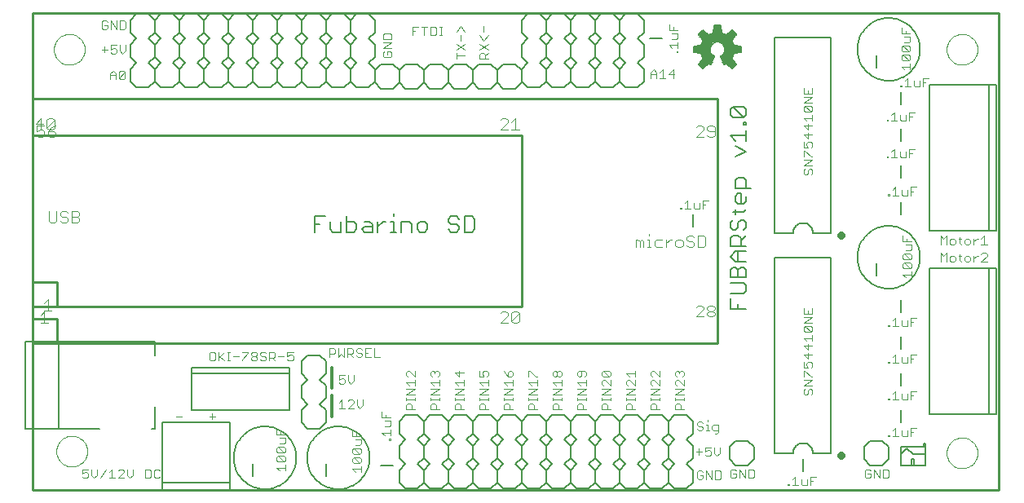
<source format=gto>
G75*
G70*
%OFA0B0*%
%FSLAX24Y24*%
%IPPOS*%
%LPD*%
%AMOC8*
5,1,8,0,0,1.08239X$1,22.5*
%
%ADD10C,0.0100*%
%ADD11C,0.0000*%
%ADD12C,0.0040*%
%ADD13C,0.0160*%
%ADD14C,0.0070*%
%ADD15C,0.0120*%
%ADD16C,0.0050*%
%ADD17C,0.0060*%
%ADD18C,0.0080*%
%ADD19C,0.0059*%
D10*
X001650Y001833D02*
X001650Y021333D01*
X041150Y021333D01*
X041150Y001833D01*
X001650Y001833D01*
X001650Y007833D02*
X001650Y008833D01*
X002650Y008833D01*
X002650Y007833D01*
X029650Y007833D01*
X029650Y017833D01*
X001650Y017833D01*
X001650Y008833D01*
X001650Y009333D02*
X001650Y010333D01*
X002650Y010333D01*
X002650Y009333D01*
X021650Y009333D01*
X021650Y016333D01*
X001650Y016333D01*
X001650Y010333D01*
X001650Y009333D02*
X002650Y009333D01*
X002650Y007833D02*
X001650Y007833D01*
D11*
X002626Y003402D02*
X002628Y003452D01*
X002634Y003502D01*
X002644Y003551D01*
X002658Y003599D01*
X002675Y003646D01*
X002696Y003691D01*
X002721Y003735D01*
X002749Y003776D01*
X002781Y003815D01*
X002815Y003852D01*
X002852Y003886D01*
X002892Y003916D01*
X002934Y003943D01*
X002978Y003967D01*
X003024Y003988D01*
X003071Y004004D01*
X003119Y004017D01*
X003169Y004026D01*
X003218Y004031D01*
X003269Y004032D01*
X003319Y004029D01*
X003368Y004022D01*
X003417Y004011D01*
X003465Y003996D01*
X003511Y003978D01*
X003556Y003956D01*
X003599Y003930D01*
X003640Y003901D01*
X003679Y003869D01*
X003715Y003834D01*
X003747Y003796D01*
X003777Y003756D01*
X003804Y003713D01*
X003827Y003669D01*
X003846Y003623D01*
X003862Y003575D01*
X003874Y003526D01*
X003882Y003477D01*
X003886Y003427D01*
X003886Y003377D01*
X003882Y003327D01*
X003874Y003278D01*
X003862Y003229D01*
X003846Y003181D01*
X003827Y003135D01*
X003804Y003091D01*
X003777Y003048D01*
X003747Y003008D01*
X003715Y002970D01*
X003679Y002935D01*
X003640Y002903D01*
X003599Y002874D01*
X003556Y002848D01*
X003511Y002826D01*
X003465Y002808D01*
X003417Y002793D01*
X003368Y002782D01*
X003319Y002775D01*
X003269Y002772D01*
X003218Y002773D01*
X003169Y002778D01*
X003119Y002787D01*
X003071Y002800D01*
X003024Y002816D01*
X002978Y002837D01*
X002934Y002861D01*
X002892Y002888D01*
X002852Y002918D01*
X002815Y002952D01*
X002781Y002989D01*
X002749Y003028D01*
X002721Y003069D01*
X002696Y003113D01*
X002675Y003158D01*
X002658Y003205D01*
X002644Y003253D01*
X002634Y003302D01*
X002628Y003352D01*
X002626Y003402D01*
X002520Y019833D02*
X002522Y019883D01*
X002528Y019933D01*
X002538Y019982D01*
X002552Y020030D01*
X002569Y020077D01*
X002590Y020122D01*
X002615Y020166D01*
X002643Y020207D01*
X002675Y020246D01*
X002709Y020283D01*
X002746Y020317D01*
X002786Y020347D01*
X002828Y020374D01*
X002872Y020398D01*
X002918Y020419D01*
X002965Y020435D01*
X003013Y020448D01*
X003063Y020457D01*
X003112Y020462D01*
X003163Y020463D01*
X003213Y020460D01*
X003262Y020453D01*
X003311Y020442D01*
X003359Y020427D01*
X003405Y020409D01*
X003450Y020387D01*
X003493Y020361D01*
X003534Y020332D01*
X003573Y020300D01*
X003609Y020265D01*
X003641Y020227D01*
X003671Y020187D01*
X003698Y020144D01*
X003721Y020100D01*
X003740Y020054D01*
X003756Y020006D01*
X003768Y019957D01*
X003776Y019908D01*
X003780Y019858D01*
X003780Y019808D01*
X003776Y019758D01*
X003768Y019709D01*
X003756Y019660D01*
X003740Y019612D01*
X003721Y019566D01*
X003698Y019522D01*
X003671Y019479D01*
X003641Y019439D01*
X003609Y019401D01*
X003573Y019366D01*
X003534Y019334D01*
X003493Y019305D01*
X003450Y019279D01*
X003405Y019257D01*
X003359Y019239D01*
X003311Y019224D01*
X003262Y019213D01*
X003213Y019206D01*
X003163Y019203D01*
X003112Y019204D01*
X003063Y019209D01*
X003013Y019218D01*
X002965Y019231D01*
X002918Y019247D01*
X002872Y019268D01*
X002828Y019292D01*
X002786Y019319D01*
X002746Y019349D01*
X002709Y019383D01*
X002675Y019420D01*
X002643Y019459D01*
X002615Y019500D01*
X002590Y019544D01*
X002569Y019589D01*
X002552Y019636D01*
X002538Y019684D01*
X002528Y019733D01*
X002522Y019783D01*
X002520Y019833D01*
X039020Y019833D02*
X039022Y019883D01*
X039028Y019933D01*
X039038Y019982D01*
X039052Y020030D01*
X039069Y020077D01*
X039090Y020122D01*
X039115Y020166D01*
X039143Y020207D01*
X039175Y020246D01*
X039209Y020283D01*
X039246Y020317D01*
X039286Y020347D01*
X039328Y020374D01*
X039372Y020398D01*
X039418Y020419D01*
X039465Y020435D01*
X039513Y020448D01*
X039563Y020457D01*
X039612Y020462D01*
X039663Y020463D01*
X039713Y020460D01*
X039762Y020453D01*
X039811Y020442D01*
X039859Y020427D01*
X039905Y020409D01*
X039950Y020387D01*
X039993Y020361D01*
X040034Y020332D01*
X040073Y020300D01*
X040109Y020265D01*
X040141Y020227D01*
X040171Y020187D01*
X040198Y020144D01*
X040221Y020100D01*
X040240Y020054D01*
X040256Y020006D01*
X040268Y019957D01*
X040276Y019908D01*
X040280Y019858D01*
X040280Y019808D01*
X040276Y019758D01*
X040268Y019709D01*
X040256Y019660D01*
X040240Y019612D01*
X040221Y019566D01*
X040198Y019522D01*
X040171Y019479D01*
X040141Y019439D01*
X040109Y019401D01*
X040073Y019366D01*
X040034Y019334D01*
X039993Y019305D01*
X039950Y019279D01*
X039905Y019257D01*
X039859Y019239D01*
X039811Y019224D01*
X039762Y019213D01*
X039713Y019206D01*
X039663Y019203D01*
X039612Y019204D01*
X039563Y019209D01*
X039513Y019218D01*
X039465Y019231D01*
X039418Y019247D01*
X039372Y019268D01*
X039328Y019292D01*
X039286Y019319D01*
X039246Y019349D01*
X039209Y019383D01*
X039175Y019420D01*
X039143Y019459D01*
X039115Y019500D01*
X039090Y019544D01*
X039069Y019589D01*
X039052Y019636D01*
X039038Y019684D01*
X039028Y019733D01*
X039022Y019783D01*
X039020Y019833D01*
X039020Y003333D02*
X039022Y003383D01*
X039028Y003433D01*
X039038Y003482D01*
X039052Y003530D01*
X039069Y003577D01*
X039090Y003622D01*
X039115Y003666D01*
X039143Y003707D01*
X039175Y003746D01*
X039209Y003783D01*
X039246Y003817D01*
X039286Y003847D01*
X039328Y003874D01*
X039372Y003898D01*
X039418Y003919D01*
X039465Y003935D01*
X039513Y003948D01*
X039563Y003957D01*
X039612Y003962D01*
X039663Y003963D01*
X039713Y003960D01*
X039762Y003953D01*
X039811Y003942D01*
X039859Y003927D01*
X039905Y003909D01*
X039950Y003887D01*
X039993Y003861D01*
X040034Y003832D01*
X040073Y003800D01*
X040109Y003765D01*
X040141Y003727D01*
X040171Y003687D01*
X040198Y003644D01*
X040221Y003600D01*
X040240Y003554D01*
X040256Y003506D01*
X040268Y003457D01*
X040276Y003408D01*
X040280Y003358D01*
X040280Y003308D01*
X040276Y003258D01*
X040268Y003209D01*
X040256Y003160D01*
X040240Y003112D01*
X040221Y003066D01*
X040198Y003022D01*
X040171Y002979D01*
X040141Y002939D01*
X040109Y002901D01*
X040073Y002866D01*
X040034Y002834D01*
X039993Y002805D01*
X039950Y002779D01*
X039905Y002757D01*
X039859Y002739D01*
X039811Y002724D01*
X039762Y002713D01*
X039713Y002706D01*
X039663Y002703D01*
X039612Y002704D01*
X039563Y002709D01*
X039513Y002718D01*
X039465Y002731D01*
X039418Y002747D01*
X039372Y002768D01*
X039328Y002792D01*
X039286Y002819D01*
X039246Y002849D01*
X039209Y002883D01*
X039175Y002920D01*
X039143Y002959D01*
X039115Y003000D01*
X039090Y003044D01*
X039069Y003089D01*
X039052Y003136D01*
X039038Y003184D01*
X039028Y003233D01*
X039022Y003283D01*
X039020Y003333D01*
D12*
X037661Y004183D02*
X037541Y004183D01*
X037413Y004244D02*
X037413Y004003D01*
X037233Y004003D01*
X037172Y004063D01*
X037172Y004244D01*
X037044Y004003D02*
X036804Y004003D01*
X036924Y004003D02*
X036924Y004364D01*
X036804Y004244D01*
X036680Y004063D02*
X036680Y004003D01*
X036620Y004003D01*
X036620Y004063D01*
X036680Y004063D01*
X037541Y004003D02*
X037541Y004364D01*
X037781Y004364D01*
X037541Y005503D02*
X037541Y005864D01*
X037781Y005864D01*
X037661Y005683D02*
X037541Y005683D01*
X037413Y005744D02*
X037413Y005503D01*
X037233Y005503D01*
X037172Y005563D01*
X037172Y005744D01*
X037044Y005503D02*
X036804Y005503D01*
X036924Y005503D02*
X036924Y005864D01*
X036804Y005744D01*
X036680Y005563D02*
X036680Y005503D01*
X036620Y005503D01*
X036620Y005563D01*
X036680Y005563D01*
X036680Y007003D02*
X036620Y007003D01*
X036620Y007063D01*
X036680Y007063D01*
X036680Y007003D01*
X036804Y007003D02*
X037044Y007003D01*
X036924Y007003D02*
X036924Y007364D01*
X036804Y007244D01*
X037172Y007244D02*
X037172Y007063D01*
X037233Y007003D01*
X037413Y007003D01*
X037413Y007244D01*
X037541Y007183D02*
X037661Y007183D01*
X037541Y007003D02*
X037541Y007364D01*
X037781Y007364D01*
X037541Y008503D02*
X037541Y008864D01*
X037781Y008864D01*
X037661Y008683D02*
X037541Y008683D01*
X037413Y008744D02*
X037413Y008503D01*
X037233Y008503D01*
X037172Y008563D01*
X037172Y008744D01*
X037044Y008503D02*
X036804Y008503D01*
X036924Y008503D02*
X036924Y008864D01*
X036804Y008744D01*
X036680Y008563D02*
X036680Y008503D01*
X036620Y008503D01*
X036620Y008563D01*
X036680Y008563D01*
X037340Y010503D02*
X037220Y010623D01*
X037580Y010623D01*
X037580Y010503D02*
X037580Y010744D01*
X037520Y010872D02*
X037280Y011112D01*
X037520Y011112D01*
X037580Y011052D01*
X037580Y010932D01*
X037520Y010872D01*
X037280Y010872D01*
X037220Y010932D01*
X037220Y011052D01*
X037280Y011112D01*
X037280Y011240D02*
X037220Y011300D01*
X037220Y011420D01*
X037280Y011480D01*
X037520Y011240D01*
X037580Y011300D01*
X037580Y011420D01*
X037520Y011480D01*
X037280Y011480D01*
X037340Y011608D02*
X037520Y011608D01*
X037580Y011668D01*
X037580Y011848D01*
X037340Y011848D01*
X037400Y011977D02*
X037400Y012097D01*
X037220Y011977D02*
X037220Y012217D01*
X037220Y011977D02*
X037580Y011977D01*
X037520Y011240D02*
X037280Y011240D01*
X038770Y011153D02*
X038770Y011514D01*
X038890Y011394D01*
X039010Y011514D01*
X039010Y011153D01*
X039138Y011213D02*
X039198Y011153D01*
X039318Y011153D01*
X039379Y011213D01*
X039379Y011333D01*
X039318Y011394D01*
X039198Y011394D01*
X039138Y011333D01*
X039138Y011213D01*
X039507Y011394D02*
X039627Y011394D01*
X039567Y011454D02*
X039567Y011213D01*
X039627Y011153D01*
X039752Y011213D02*
X039812Y011153D01*
X039932Y011153D01*
X039992Y011213D01*
X039992Y011333D01*
X039932Y011394D01*
X039812Y011394D01*
X039752Y011333D01*
X039752Y011213D01*
X040120Y011153D02*
X040120Y011394D01*
X040120Y011273D02*
X040241Y011394D01*
X040301Y011394D01*
X040427Y011454D02*
X040487Y011514D01*
X040608Y011514D01*
X040668Y011454D01*
X040668Y011394D01*
X040427Y011153D01*
X040668Y011153D01*
X040668Y011853D02*
X040427Y011853D01*
X040548Y011853D02*
X040548Y012214D01*
X040427Y012094D01*
X040301Y012094D02*
X040241Y012094D01*
X040120Y011973D01*
X040120Y011853D02*
X040120Y012094D01*
X039992Y012033D02*
X039992Y011913D01*
X039932Y011853D01*
X039812Y011853D01*
X039752Y011913D01*
X039752Y012033D01*
X039812Y012094D01*
X039932Y012094D01*
X039992Y012033D01*
X039627Y012094D02*
X039507Y012094D01*
X039567Y012154D02*
X039567Y011913D01*
X039627Y011853D01*
X039379Y011913D02*
X039379Y012033D01*
X039318Y012094D01*
X039198Y012094D01*
X039138Y012033D01*
X039138Y011913D01*
X039198Y011853D01*
X039318Y011853D01*
X039379Y011913D01*
X039010Y011853D02*
X039010Y012214D01*
X038890Y012094D01*
X038770Y012214D01*
X038770Y011853D01*
X037541Y013853D02*
X037541Y014214D01*
X037781Y014214D01*
X037661Y014033D02*
X037541Y014033D01*
X037413Y014094D02*
X037413Y013853D01*
X037233Y013853D01*
X037172Y013913D01*
X037172Y014094D01*
X037044Y013853D02*
X036804Y013853D01*
X036924Y013853D02*
X036924Y014214D01*
X036804Y014094D01*
X036680Y013913D02*
X036680Y013853D01*
X036620Y013853D01*
X036620Y013913D01*
X036680Y013913D01*
X036630Y015403D02*
X036570Y015403D01*
X036570Y015463D01*
X036630Y015463D01*
X036630Y015403D01*
X036754Y015403D02*
X036994Y015403D01*
X036874Y015403D02*
X036874Y015764D01*
X036754Y015644D01*
X037122Y015644D02*
X037122Y015463D01*
X037183Y015403D01*
X037363Y015403D01*
X037363Y015644D01*
X037491Y015583D02*
X037611Y015583D01*
X037491Y015403D02*
X037491Y015764D01*
X037731Y015764D01*
X037491Y016903D02*
X037491Y017264D01*
X037731Y017264D01*
X037611Y017083D02*
X037491Y017083D01*
X037363Y017144D02*
X037363Y016903D01*
X037183Y016903D01*
X037122Y016963D01*
X037122Y017144D01*
X036994Y016903D02*
X036754Y016903D01*
X036874Y016903D02*
X036874Y017264D01*
X036754Y017144D01*
X036630Y016963D02*
X036630Y016903D01*
X036570Y016903D01*
X036570Y016963D01*
X036630Y016963D01*
X037120Y018303D02*
X037180Y018303D01*
X037180Y018363D01*
X037120Y018363D01*
X037120Y018303D01*
X037304Y018303D02*
X037544Y018303D01*
X037424Y018303D02*
X037424Y018664D01*
X037304Y018544D01*
X037672Y018544D02*
X037672Y018363D01*
X037733Y018303D01*
X037913Y018303D01*
X037913Y018544D01*
X038041Y018483D02*
X038161Y018483D01*
X038041Y018303D02*
X038041Y018664D01*
X038281Y018664D01*
X037530Y019003D02*
X037530Y019244D01*
X037530Y019123D02*
X037170Y019123D01*
X037290Y019003D01*
X037230Y019372D02*
X037170Y019432D01*
X037170Y019552D01*
X037230Y019612D01*
X037470Y019372D01*
X037530Y019432D01*
X037530Y019552D01*
X037470Y019612D01*
X037230Y019612D01*
X037230Y019740D02*
X037170Y019800D01*
X037170Y019920D01*
X037230Y019980D01*
X037470Y019740D01*
X037530Y019800D01*
X037530Y019920D01*
X037470Y019980D01*
X037230Y019980D01*
X037290Y020108D02*
X037470Y020108D01*
X037530Y020168D01*
X037530Y020348D01*
X037290Y020348D01*
X037350Y020477D02*
X037350Y020597D01*
X037170Y020477D02*
X037170Y020717D01*
X037170Y020477D02*
X037530Y020477D01*
X037470Y019740D02*
X037230Y019740D01*
X037230Y019372D02*
X037470Y019372D01*
X033530Y018258D02*
X033530Y018018D01*
X033170Y018018D01*
X033170Y018258D01*
X033350Y018138D02*
X033350Y018018D01*
X033530Y017890D02*
X033170Y017890D01*
X033170Y017650D02*
X033530Y017890D01*
X033530Y017650D02*
X033170Y017650D01*
X033230Y017522D02*
X033470Y017282D01*
X033530Y017342D01*
X033530Y017462D01*
X033470Y017522D01*
X033230Y017522D01*
X033170Y017462D01*
X033170Y017342D01*
X033230Y017282D01*
X033470Y017282D01*
X033530Y017153D02*
X033530Y016913D01*
X033530Y017033D02*
X033170Y017033D01*
X033290Y016913D01*
X033350Y016785D02*
X033350Y016545D01*
X033170Y016725D01*
X033530Y016725D01*
X033350Y016417D02*
X033350Y016177D01*
X033170Y016357D01*
X033530Y016357D01*
X033470Y016048D02*
X033350Y016048D01*
X033290Y015988D01*
X033290Y015928D01*
X033350Y015808D01*
X033170Y015808D01*
X033170Y016048D01*
X033470Y016048D02*
X033530Y015988D01*
X033530Y015868D01*
X033470Y015808D01*
X033230Y015680D02*
X033470Y015440D01*
X033530Y015440D01*
X033530Y015312D02*
X033170Y015312D01*
X033170Y015440D02*
X033170Y015680D01*
X033230Y015680D01*
X033530Y015312D02*
X033170Y015072D01*
X033530Y015072D01*
X033470Y014944D02*
X033530Y014883D01*
X033530Y014763D01*
X033470Y014703D01*
X033350Y014763D02*
X033350Y014883D01*
X033410Y014944D01*
X033470Y014944D01*
X033350Y014763D02*
X033290Y014703D01*
X033230Y014703D01*
X033170Y014763D01*
X033170Y014883D01*
X033230Y014944D01*
X029537Y016330D02*
X029537Y016637D01*
X029461Y016714D01*
X029307Y016714D01*
X029230Y016637D01*
X029230Y016560D01*
X029307Y016484D01*
X029537Y016484D01*
X029537Y016330D02*
X029461Y016253D01*
X029307Y016253D01*
X029230Y016330D01*
X029077Y016253D02*
X028770Y016253D01*
X029077Y016560D01*
X029077Y016637D01*
X029000Y016714D01*
X028847Y016714D01*
X028770Y016637D01*
X027837Y018653D02*
X027837Y019014D01*
X027657Y018833D01*
X027897Y018833D01*
X027529Y018653D02*
X027288Y018653D01*
X027408Y018653D02*
X027408Y019014D01*
X027288Y018894D01*
X027160Y018894D02*
X027040Y019014D01*
X026920Y018894D01*
X026920Y018653D01*
X026920Y018833D02*
X027160Y018833D01*
X027160Y018894D02*
X027160Y018653D01*
X027970Y019703D02*
X027970Y019763D01*
X028030Y019763D01*
X028030Y019703D01*
X027970Y019703D01*
X028030Y019887D02*
X028030Y020128D01*
X028030Y020008D02*
X027670Y020008D01*
X027790Y019887D01*
X027790Y020256D02*
X027970Y020256D01*
X028030Y020316D01*
X028030Y020496D01*
X027790Y020496D01*
X027850Y020624D02*
X027850Y020744D01*
X028030Y020624D02*
X027670Y020624D01*
X027670Y020864D01*
X021537Y016553D02*
X021230Y016553D01*
X021077Y016553D02*
X020770Y016553D01*
X021077Y016860D01*
X021077Y016937D01*
X021000Y017014D01*
X020847Y017014D01*
X020770Y016937D01*
X021230Y016860D02*
X021384Y017014D01*
X021384Y016553D01*
X020280Y019453D02*
X019920Y019453D01*
X019920Y019633D01*
X019980Y019694D01*
X020100Y019694D01*
X020160Y019633D01*
X020160Y019453D01*
X020160Y019573D02*
X020280Y019694D01*
X020280Y019822D02*
X019920Y020062D01*
X020100Y020190D02*
X020280Y020430D01*
X020100Y020558D02*
X020100Y020798D01*
X019920Y020430D02*
X020100Y020190D01*
X020280Y020062D02*
X019920Y019822D01*
X019330Y019822D02*
X018970Y020062D01*
X019150Y020190D02*
X019150Y020430D01*
X019330Y020558D02*
X019150Y020798D01*
X018970Y020558D01*
X018395Y020403D02*
X018275Y020403D01*
X018335Y020403D02*
X018335Y020764D01*
X018275Y020764D02*
X018395Y020764D01*
X018147Y020704D02*
X018147Y020463D01*
X018087Y020403D01*
X017907Y020403D01*
X017907Y020764D01*
X018087Y020764D01*
X018147Y020704D01*
X017779Y020764D02*
X017538Y020764D01*
X017658Y020764D02*
X017658Y020403D01*
X017290Y020583D02*
X017170Y020583D01*
X017170Y020403D02*
X017170Y020764D01*
X017410Y020764D01*
X016330Y020420D02*
X016270Y020480D01*
X016030Y020480D01*
X015970Y020420D01*
X015970Y020240D01*
X016330Y020240D01*
X016330Y020420D01*
X016330Y020112D02*
X015970Y020112D01*
X015970Y019872D02*
X016330Y020112D01*
X016330Y019872D02*
X015970Y019872D01*
X016030Y019744D02*
X015970Y019683D01*
X015970Y019563D01*
X016030Y019503D01*
X016270Y019503D01*
X016330Y019563D01*
X016330Y019683D01*
X016270Y019744D01*
X016150Y019744D01*
X016150Y019623D01*
X018970Y019573D02*
X019330Y019573D01*
X018970Y019453D02*
X018970Y019694D01*
X018970Y019822D02*
X019330Y020062D01*
X026320Y012060D02*
X026397Y012060D01*
X026473Y011984D01*
X026550Y012060D01*
X026627Y011984D01*
X026627Y011753D01*
X026780Y011753D02*
X026934Y011753D01*
X026857Y011753D02*
X026857Y012060D01*
X026780Y012060D01*
X026857Y012214D02*
X026857Y012290D01*
X027087Y011984D02*
X027087Y011830D01*
X027164Y011753D01*
X027394Y011753D01*
X027548Y011753D02*
X027548Y012060D01*
X027548Y011907D02*
X027701Y012060D01*
X027778Y012060D01*
X027931Y011984D02*
X027931Y011830D01*
X028008Y011753D01*
X028162Y011753D01*
X028238Y011830D01*
X028238Y011984D01*
X028162Y012060D01*
X028008Y012060D01*
X027931Y011984D01*
X028392Y012060D02*
X028468Y011984D01*
X028622Y011984D01*
X028699Y011907D01*
X028699Y011830D01*
X028622Y011753D01*
X028468Y011753D01*
X028392Y011830D01*
X028392Y012060D02*
X028392Y012137D01*
X028468Y012214D01*
X028622Y012214D01*
X028699Y012137D01*
X028852Y012214D02*
X029082Y012214D01*
X029159Y012137D01*
X029159Y011830D01*
X029082Y011753D01*
X028852Y011753D01*
X028852Y012214D01*
X028913Y013303D02*
X028733Y013303D01*
X028672Y013363D01*
X028672Y013544D01*
X028913Y013544D02*
X028913Y013303D01*
X029041Y013303D02*
X029041Y013664D01*
X029281Y013664D01*
X029161Y013483D02*
X029041Y013483D01*
X028544Y013303D02*
X028304Y013303D01*
X028424Y013303D02*
X028424Y013664D01*
X028304Y013544D01*
X028180Y013363D02*
X028180Y013303D01*
X028120Y013303D01*
X028120Y013363D01*
X028180Y013363D01*
X027394Y012060D02*
X027164Y012060D01*
X027087Y011984D01*
X026473Y011984D02*
X026473Y011753D01*
X026320Y011753D02*
X026320Y012060D01*
X028847Y009364D02*
X028770Y009287D01*
X028847Y009364D02*
X029000Y009364D01*
X029077Y009287D01*
X029077Y009210D01*
X028770Y008903D01*
X029077Y008903D01*
X029230Y008980D02*
X029230Y009057D01*
X029307Y009134D01*
X029461Y009134D01*
X029537Y009057D01*
X029537Y008980D01*
X029461Y008903D01*
X029307Y008903D01*
X029230Y008980D01*
X029307Y009134D02*
X029230Y009210D01*
X029230Y009287D01*
X029307Y009364D01*
X029461Y009364D01*
X029537Y009287D01*
X029537Y009210D01*
X029461Y009134D01*
X028220Y006694D02*
X028280Y006634D01*
X028280Y006514D01*
X028220Y006454D01*
X028280Y006326D02*
X028280Y006086D01*
X028040Y006326D01*
X027980Y006326D01*
X027920Y006266D01*
X027920Y006146D01*
X027980Y006086D01*
X027920Y005957D02*
X028280Y005957D01*
X027920Y005717D01*
X028280Y005717D01*
X028280Y005592D02*
X028280Y005472D01*
X028280Y005532D02*
X027920Y005532D01*
X027920Y005472D02*
X027920Y005592D01*
X027980Y005344D02*
X028100Y005344D01*
X028160Y005283D01*
X028160Y005103D01*
X028280Y005103D02*
X027920Y005103D01*
X027920Y005283D01*
X027980Y005344D01*
X027280Y005472D02*
X027280Y005592D01*
X027280Y005532D02*
X026920Y005532D01*
X026920Y005472D02*
X026920Y005592D01*
X026920Y005717D02*
X027280Y005957D01*
X026920Y005957D01*
X026980Y006086D02*
X026920Y006146D01*
X026920Y006266D01*
X026980Y006326D01*
X027040Y006326D01*
X027280Y006086D01*
X027280Y006326D01*
X027280Y006454D02*
X027040Y006694D01*
X026980Y006694D01*
X026920Y006634D01*
X026920Y006514D01*
X026980Y006454D01*
X027280Y006454D02*
X027280Y006694D01*
X027920Y006634D02*
X027920Y006514D01*
X027980Y006454D01*
X028100Y006574D02*
X028100Y006634D01*
X028160Y006694D01*
X028220Y006694D01*
X028100Y006634D02*
X028040Y006694D01*
X027980Y006694D01*
X027920Y006634D01*
X027280Y005717D02*
X026920Y005717D01*
X026980Y005344D02*
X027100Y005344D01*
X027160Y005283D01*
X027160Y005103D01*
X027280Y005103D02*
X026920Y005103D01*
X026920Y005283D01*
X026980Y005344D01*
X026280Y005472D02*
X026280Y005592D01*
X026280Y005532D02*
X025920Y005532D01*
X025920Y005472D02*
X025920Y005592D01*
X025920Y005717D02*
X026280Y005957D01*
X025920Y005957D01*
X025980Y006086D02*
X025920Y006146D01*
X025920Y006266D01*
X025980Y006326D01*
X026040Y006326D01*
X026280Y006086D01*
X026280Y006326D01*
X026280Y006454D02*
X026280Y006694D01*
X026280Y006574D02*
X025920Y006574D01*
X026040Y006454D01*
X025920Y005717D02*
X026280Y005717D01*
X026100Y005344D02*
X025980Y005344D01*
X025920Y005283D01*
X025920Y005103D01*
X026280Y005103D01*
X026160Y005103D02*
X026160Y005283D01*
X026100Y005344D01*
X025280Y005472D02*
X025280Y005592D01*
X025280Y005532D02*
X024920Y005532D01*
X024920Y005472D02*
X024920Y005592D01*
X024920Y005717D02*
X025280Y005957D01*
X024920Y005957D01*
X024980Y006086D02*
X024920Y006146D01*
X024920Y006266D01*
X024980Y006326D01*
X025040Y006326D01*
X025280Y006086D01*
X025280Y006326D01*
X025220Y006454D02*
X024980Y006694D01*
X025220Y006694D01*
X025280Y006634D01*
X025280Y006514D01*
X025220Y006454D01*
X024980Y006454D01*
X024920Y006514D01*
X024920Y006634D01*
X024980Y006694D01*
X024280Y006634D02*
X024280Y006514D01*
X024220Y006454D01*
X024100Y006514D02*
X024100Y006694D01*
X024220Y006694D02*
X023980Y006694D01*
X023920Y006634D01*
X023920Y006514D01*
X023980Y006454D01*
X024040Y006454D01*
X024100Y006514D01*
X024280Y006634D02*
X024220Y006694D01*
X024280Y006326D02*
X024280Y006086D01*
X024280Y006206D02*
X023920Y006206D01*
X024040Y006086D01*
X023920Y005957D02*
X024280Y005957D01*
X023920Y005717D01*
X024280Y005717D01*
X024280Y005592D02*
X024280Y005472D01*
X024280Y005532D02*
X023920Y005532D01*
X023920Y005472D02*
X023920Y005592D01*
X023980Y005344D02*
X023920Y005283D01*
X023920Y005103D01*
X024280Y005103D01*
X024160Y005103D02*
X024160Y005283D01*
X024100Y005344D01*
X023980Y005344D01*
X023280Y005472D02*
X023280Y005592D01*
X023280Y005532D02*
X022920Y005532D01*
X022920Y005472D02*
X022920Y005592D01*
X022920Y005717D02*
X023280Y005957D01*
X022920Y005957D01*
X023040Y006086D02*
X022920Y006206D01*
X023280Y006206D01*
X023280Y006086D02*
X023280Y006326D01*
X023220Y006454D02*
X023160Y006454D01*
X023100Y006514D01*
X023100Y006634D01*
X023160Y006694D01*
X023220Y006694D01*
X023280Y006634D01*
X023280Y006514D01*
X023220Y006454D01*
X023100Y006514D02*
X023040Y006454D01*
X022980Y006454D01*
X022920Y006514D01*
X022920Y006634D01*
X022980Y006694D01*
X023040Y006694D01*
X023100Y006634D01*
X022280Y006454D02*
X022220Y006454D01*
X021980Y006694D01*
X021920Y006694D01*
X021920Y006454D01*
X021920Y006206D02*
X022280Y006206D01*
X022280Y006086D02*
X022280Y006326D01*
X022040Y006086D02*
X021920Y006206D01*
X021920Y005957D02*
X022280Y005957D01*
X021920Y005717D01*
X022280Y005717D01*
X022280Y005592D02*
X022280Y005472D01*
X022280Y005532D02*
X021920Y005532D01*
X021920Y005472D02*
X021920Y005592D01*
X021980Y005344D02*
X022100Y005344D01*
X022160Y005283D01*
X022160Y005103D01*
X022280Y005103D02*
X021920Y005103D01*
X021920Y005283D01*
X021980Y005344D01*
X021280Y005472D02*
X021280Y005592D01*
X021280Y005532D02*
X020920Y005532D01*
X020920Y005472D02*
X020920Y005592D01*
X020920Y005717D02*
X021280Y005957D01*
X020920Y005957D01*
X021040Y006086D02*
X020920Y006206D01*
X021280Y006206D01*
X021280Y006086D02*
X021280Y006326D01*
X021220Y006454D02*
X021280Y006514D01*
X021280Y006634D01*
X021220Y006694D01*
X021160Y006694D01*
X021100Y006634D01*
X021100Y006454D01*
X021220Y006454D01*
X021100Y006454D02*
X020980Y006574D01*
X020920Y006694D01*
X020280Y006634D02*
X020280Y006514D01*
X020220Y006454D01*
X020100Y006454D02*
X020040Y006574D01*
X020040Y006634D01*
X020100Y006694D01*
X020220Y006694D01*
X020280Y006634D01*
X020100Y006454D02*
X019920Y006454D01*
X019920Y006694D01*
X019920Y006206D02*
X020280Y006206D01*
X020280Y006086D02*
X020280Y006326D01*
X020040Y006086D02*
X019920Y006206D01*
X019920Y005957D02*
X020280Y005957D01*
X019920Y005717D01*
X020280Y005717D01*
X020280Y005592D02*
X020280Y005472D01*
X020280Y005532D02*
X019920Y005532D01*
X019920Y005472D02*
X019920Y005592D01*
X019980Y005344D02*
X020100Y005344D01*
X020160Y005283D01*
X020160Y005103D01*
X020280Y005103D02*
X019920Y005103D01*
X019920Y005283D01*
X019980Y005344D01*
X019280Y005472D02*
X019280Y005592D01*
X019280Y005532D02*
X018920Y005532D01*
X018920Y005472D02*
X018920Y005592D01*
X018920Y005717D02*
X019280Y005957D01*
X018920Y005957D01*
X019040Y006086D02*
X018920Y006206D01*
X019280Y006206D01*
X019280Y006086D02*
X019280Y006326D01*
X019100Y006454D02*
X019100Y006694D01*
X019280Y006634D02*
X018920Y006634D01*
X019100Y006454D01*
X019280Y005717D02*
X018920Y005717D01*
X018980Y005344D02*
X019100Y005344D01*
X019160Y005283D01*
X019160Y005103D01*
X019280Y005103D02*
X018920Y005103D01*
X018920Y005283D01*
X018980Y005344D01*
X018280Y005472D02*
X018280Y005592D01*
X018280Y005532D02*
X017920Y005532D01*
X017920Y005472D02*
X017920Y005592D01*
X017920Y005717D02*
X018280Y005957D01*
X017920Y005957D01*
X018040Y006086D02*
X017920Y006206D01*
X018280Y006206D01*
X018280Y006086D02*
X018280Y006326D01*
X018220Y006454D02*
X018280Y006514D01*
X018280Y006634D01*
X018220Y006694D01*
X018160Y006694D01*
X018100Y006634D01*
X018100Y006574D01*
X018100Y006634D02*
X018040Y006694D01*
X017980Y006694D01*
X017920Y006634D01*
X017920Y006514D01*
X017980Y006454D01*
X017280Y006454D02*
X017040Y006694D01*
X016980Y006694D01*
X016920Y006634D01*
X016920Y006514D01*
X016980Y006454D01*
X016920Y006206D02*
X017280Y006206D01*
X017280Y006086D02*
X017280Y006326D01*
X017280Y006454D02*
X017280Y006694D01*
X016920Y006206D02*
X017040Y006086D01*
X016920Y005957D02*
X017280Y005957D01*
X016920Y005717D01*
X017280Y005717D01*
X017280Y005592D02*
X017280Y005472D01*
X017280Y005532D02*
X016920Y005532D01*
X016920Y005472D02*
X016920Y005592D01*
X016980Y005344D02*
X016920Y005283D01*
X016920Y005103D01*
X017280Y005103D01*
X017160Y005103D02*
X017160Y005283D01*
X017100Y005344D01*
X016980Y005344D01*
X016280Y004774D02*
X015920Y004774D01*
X015920Y005014D01*
X016100Y004894D02*
X016100Y004774D01*
X016040Y004646D02*
X016280Y004646D01*
X016280Y004466D01*
X016220Y004406D01*
X016040Y004406D01*
X016280Y004278D02*
X016280Y004037D01*
X016280Y004158D02*
X015920Y004158D01*
X016040Y004037D01*
X016220Y003913D02*
X016280Y003913D01*
X016280Y003853D01*
X016220Y003853D01*
X016220Y003913D01*
X015080Y003898D02*
X014840Y003898D01*
X014900Y004027D02*
X014900Y004147D01*
X014720Y004027D02*
X014720Y004267D01*
X014720Y004027D02*
X015080Y004027D01*
X015080Y003898D02*
X015080Y003718D01*
X015020Y003658D01*
X014840Y003658D01*
X014780Y003530D02*
X015020Y003290D01*
X015080Y003350D01*
X015080Y003470D01*
X015020Y003530D01*
X014780Y003530D01*
X014720Y003470D01*
X014720Y003350D01*
X014780Y003290D01*
X015020Y003290D01*
X015020Y003162D02*
X015080Y003102D01*
X015080Y002982D01*
X015020Y002922D01*
X014780Y003162D01*
X015020Y003162D01*
X014780Y003162D02*
X014720Y003102D01*
X014720Y002982D01*
X014780Y002922D01*
X015020Y002922D01*
X015080Y002794D02*
X015080Y002553D01*
X015080Y002673D02*
X014720Y002673D01*
X014840Y002553D01*
X014779Y005153D02*
X014538Y005153D01*
X014779Y005394D01*
X014779Y005454D01*
X014718Y005514D01*
X014598Y005514D01*
X014538Y005454D01*
X014290Y005514D02*
X014290Y005153D01*
X014170Y005153D02*
X014410Y005153D01*
X014170Y005394D02*
X014290Y005514D01*
X014230Y006153D02*
X014170Y006213D01*
X014230Y006153D02*
X014350Y006153D01*
X014410Y006213D01*
X014410Y006333D01*
X014350Y006394D01*
X014290Y006394D01*
X014170Y006333D01*
X014170Y006514D01*
X014410Y006514D01*
X014538Y006514D02*
X014538Y006273D01*
X014658Y006153D01*
X014779Y006273D01*
X014779Y006514D01*
X014747Y007253D02*
X014627Y007373D01*
X014687Y007373D02*
X014507Y007373D01*
X014507Y007253D02*
X014507Y007614D01*
X014687Y007614D01*
X014747Y007554D01*
X014747Y007433D01*
X014687Y007373D01*
X014875Y007313D02*
X014935Y007253D01*
X015055Y007253D01*
X015115Y007313D01*
X015115Y007373D01*
X015055Y007433D01*
X014935Y007433D01*
X014875Y007494D01*
X014875Y007554D01*
X014935Y007614D01*
X015055Y007614D01*
X015115Y007554D01*
X015243Y007614D02*
X015243Y007253D01*
X015483Y007253D01*
X015612Y007253D02*
X015852Y007253D01*
X015612Y007253D02*
X015612Y007614D01*
X015483Y007614D02*
X015243Y007614D01*
X015243Y007433D02*
X015363Y007433D01*
X014379Y007253D02*
X014379Y007614D01*
X014138Y007614D02*
X014138Y007253D01*
X014258Y007373D01*
X014379Y007253D01*
X014010Y007433D02*
X014010Y007554D01*
X013950Y007614D01*
X013770Y007614D01*
X013770Y007253D01*
X013770Y007373D02*
X013950Y007373D01*
X014010Y007433D01*
X012302Y007464D02*
X012062Y007464D01*
X012062Y007283D01*
X012182Y007344D01*
X012242Y007344D01*
X012302Y007283D01*
X012302Y007163D01*
X012242Y007103D01*
X012122Y007103D01*
X012062Y007163D01*
X011934Y007283D02*
X011694Y007283D01*
X011566Y007283D02*
X011506Y007223D01*
X011325Y007223D01*
X011325Y007103D02*
X011325Y007464D01*
X011506Y007464D01*
X011566Y007404D01*
X011566Y007283D01*
X011446Y007223D02*
X011566Y007103D01*
X011197Y007163D02*
X011137Y007103D01*
X011017Y007103D01*
X010957Y007163D01*
X010829Y007163D02*
X010769Y007103D01*
X010649Y007103D01*
X010589Y007163D01*
X010589Y007223D01*
X010649Y007283D01*
X010769Y007283D01*
X010829Y007223D01*
X010829Y007163D01*
X010769Y007283D02*
X010829Y007344D01*
X010829Y007404D01*
X010769Y007464D01*
X010649Y007464D01*
X010589Y007404D01*
X010589Y007344D01*
X010649Y007283D01*
X010461Y007404D02*
X010220Y007163D01*
X010220Y007103D01*
X010092Y007283D02*
X009852Y007283D01*
X009727Y007103D02*
X009607Y007103D01*
X009667Y007103D02*
X009667Y007464D01*
X009607Y007464D02*
X009727Y007464D01*
X009479Y007464D02*
X009238Y007223D01*
X009298Y007283D02*
X009479Y007103D01*
X009238Y007103D02*
X009238Y007464D01*
X009110Y007404D02*
X009050Y007464D01*
X008930Y007464D01*
X008870Y007404D01*
X008870Y007163D01*
X008930Y007103D01*
X009050Y007103D01*
X009110Y007163D01*
X009110Y007404D01*
X010220Y007464D02*
X010461Y007464D01*
X010461Y007404D01*
X010957Y007404D02*
X011017Y007464D01*
X011137Y007464D01*
X011197Y007404D01*
X011137Y007283D02*
X011197Y007223D01*
X011197Y007163D01*
X011137Y007283D02*
X011017Y007283D01*
X010957Y007344D01*
X010957Y007404D01*
X008990Y004954D02*
X008990Y004713D01*
X008870Y004833D02*
X009110Y004833D01*
X007760Y004833D02*
X007520Y004833D01*
X006797Y002664D02*
X006677Y002664D01*
X006617Y002604D01*
X006617Y002363D01*
X006677Y002303D01*
X006797Y002303D01*
X006857Y002363D01*
X006857Y002604D02*
X006797Y002664D01*
X006488Y002604D02*
X006488Y002363D01*
X006428Y002303D01*
X006248Y002303D01*
X006248Y002664D01*
X006428Y002664D01*
X006488Y002604D01*
X005752Y002664D02*
X005752Y002423D01*
X005632Y002303D01*
X005512Y002423D01*
X005512Y002664D01*
X005383Y002604D02*
X005323Y002664D01*
X005203Y002664D01*
X005143Y002604D01*
X005383Y002604D02*
X005383Y002544D01*
X005143Y002303D01*
X005383Y002303D01*
X005015Y002303D02*
X004775Y002303D01*
X004895Y002303D02*
X004895Y002664D01*
X004775Y002544D01*
X004647Y002664D02*
X004407Y002303D01*
X004279Y002423D02*
X004279Y002664D01*
X004279Y002423D02*
X004158Y002303D01*
X004038Y002423D01*
X004038Y002664D01*
X003910Y002664D02*
X003670Y002664D01*
X003670Y002483D01*
X003790Y002544D01*
X003850Y002544D01*
X003910Y002483D01*
X003910Y002363D01*
X003850Y002303D01*
X003730Y002303D01*
X003670Y002363D01*
X002277Y008653D02*
X001970Y008653D01*
X002123Y008653D02*
X002123Y009114D01*
X001970Y008960D01*
X002120Y009153D02*
X002427Y009153D01*
X002273Y009153D02*
X002273Y009614D01*
X002120Y009460D01*
X002397Y012753D02*
X002550Y012753D01*
X002627Y012830D01*
X002627Y013214D01*
X002780Y013137D02*
X002780Y013060D01*
X002857Y012984D01*
X003011Y012984D01*
X003087Y012907D01*
X003087Y012830D01*
X003011Y012753D01*
X002857Y012753D01*
X002780Y012830D01*
X002780Y013137D02*
X002857Y013214D01*
X003011Y013214D01*
X003087Y013137D01*
X003241Y013214D02*
X003471Y013214D01*
X003548Y013137D01*
X003548Y013060D01*
X003471Y012984D01*
X003241Y012984D01*
X003241Y013214D02*
X003241Y012753D01*
X003471Y012753D01*
X003548Y012830D01*
X003548Y012907D01*
X003471Y012984D01*
X002397Y012753D02*
X002320Y012830D01*
X002320Y013214D01*
X002357Y016253D02*
X002511Y016253D01*
X002587Y016330D01*
X002587Y016407D01*
X002511Y016484D01*
X002280Y016484D01*
X002280Y016330D01*
X002357Y016253D01*
X002127Y016330D02*
X002050Y016253D01*
X001897Y016253D01*
X001820Y016330D01*
X001820Y016484D02*
X001973Y016560D01*
X002050Y016560D01*
X002127Y016484D01*
X002127Y016330D01*
X002280Y016484D02*
X002434Y016637D01*
X002587Y016714D01*
X002537Y016630D02*
X002461Y016553D01*
X002307Y016553D01*
X002230Y016630D01*
X002537Y016937D01*
X002537Y016630D01*
X002230Y016630D02*
X002230Y016937D01*
X002307Y017014D01*
X002461Y017014D01*
X002537Y016937D01*
X002127Y016714D02*
X001820Y016714D01*
X001820Y016484D01*
X002000Y016553D02*
X002000Y017014D01*
X001770Y016784D01*
X002077Y016784D01*
X004820Y018603D02*
X004820Y018844D01*
X004940Y018964D01*
X005060Y018844D01*
X005060Y018603D01*
X005188Y018663D02*
X005429Y018904D01*
X005429Y018663D01*
X005368Y018603D01*
X005248Y018603D01*
X005188Y018663D01*
X005188Y018904D01*
X005248Y018964D01*
X005368Y018964D01*
X005429Y018904D01*
X005060Y018783D02*
X004820Y018783D01*
X004898Y019653D02*
X004838Y019713D01*
X004898Y019653D02*
X005018Y019653D01*
X005079Y019713D01*
X005079Y019833D01*
X005018Y019894D01*
X004958Y019894D01*
X004838Y019833D01*
X004838Y020014D01*
X005079Y020014D01*
X005207Y020014D02*
X005207Y019773D01*
X005327Y019653D01*
X005447Y019773D01*
X005447Y020014D01*
X005387Y020653D02*
X005207Y020653D01*
X005207Y021014D01*
X005387Y021014D01*
X005447Y020954D01*
X005447Y020713D01*
X005387Y020653D01*
X005079Y020653D02*
X005079Y021014D01*
X004838Y021014D02*
X005079Y020653D01*
X004838Y020653D02*
X004838Y021014D01*
X004710Y020954D02*
X004650Y021014D01*
X004530Y021014D01*
X004470Y020954D01*
X004470Y020713D01*
X004530Y020653D01*
X004650Y020653D01*
X004710Y020713D01*
X004710Y020833D01*
X004590Y020833D01*
X004590Y019954D02*
X004590Y019713D01*
X004470Y019833D02*
X004710Y019833D01*
X014907Y005514D02*
X014907Y005273D01*
X015027Y005153D01*
X015147Y005273D01*
X015147Y005514D01*
X017920Y005717D02*
X018280Y005717D01*
X018100Y005344D02*
X018160Y005283D01*
X018160Y005103D01*
X018280Y005103D02*
X017920Y005103D01*
X017920Y005283D01*
X017980Y005344D01*
X018100Y005344D01*
X020920Y005283D02*
X020980Y005344D01*
X021100Y005344D01*
X021160Y005283D01*
X021160Y005103D01*
X021280Y005103D02*
X020920Y005103D01*
X020920Y005283D01*
X020920Y005717D02*
X021280Y005717D01*
X022920Y005717D02*
X023280Y005717D01*
X023100Y005344D02*
X023160Y005283D01*
X023160Y005103D01*
X023280Y005103D02*
X022920Y005103D01*
X022920Y005283D01*
X022980Y005344D01*
X023100Y005344D01*
X024920Y005283D02*
X024980Y005344D01*
X025100Y005344D01*
X025160Y005283D01*
X025160Y005103D01*
X025280Y005103D02*
X024920Y005103D01*
X024920Y005283D01*
X024920Y005717D02*
X025280Y005717D01*
X028820Y004554D02*
X028820Y004494D01*
X028880Y004433D01*
X029000Y004433D01*
X029060Y004373D01*
X029060Y004313D01*
X029000Y004253D01*
X028880Y004253D01*
X028820Y004313D01*
X028820Y004554D02*
X028880Y004614D01*
X029000Y004614D01*
X029060Y004554D01*
X029188Y004494D02*
X029248Y004494D01*
X029248Y004253D01*
X029188Y004253D02*
X029308Y004253D01*
X029434Y004313D02*
X029494Y004253D01*
X029674Y004253D01*
X029674Y004193D02*
X029674Y004494D01*
X029494Y004494D01*
X029434Y004433D01*
X029434Y004313D01*
X029554Y004133D02*
X029614Y004133D01*
X029674Y004193D01*
X029248Y004614D02*
X029248Y004674D01*
X029138Y003564D02*
X029138Y003383D01*
X029258Y003444D01*
X029318Y003444D01*
X029379Y003383D01*
X029379Y003263D01*
X029318Y003203D01*
X029198Y003203D01*
X029138Y003263D01*
X029010Y003383D02*
X028770Y003383D01*
X028890Y003263D02*
X028890Y003504D01*
X029138Y003564D02*
X029379Y003564D01*
X029507Y003564D02*
X029507Y003323D01*
X029627Y003203D01*
X029747Y003323D01*
X029747Y003564D01*
X029737Y002614D02*
X029557Y002614D01*
X029557Y002253D01*
X029737Y002253D01*
X029797Y002313D01*
X029797Y002554D01*
X029737Y002614D01*
X029429Y002614D02*
X029429Y002253D01*
X029188Y002614D01*
X029188Y002253D01*
X029060Y002313D02*
X029060Y002433D01*
X028940Y002433D01*
X028820Y002313D02*
X028820Y002554D01*
X028880Y002614D01*
X029000Y002614D01*
X029060Y002554D01*
X029060Y002313D02*
X029000Y002253D01*
X028880Y002253D01*
X028820Y002313D01*
X030170Y002363D02*
X030230Y002303D01*
X030350Y002303D01*
X030410Y002363D01*
X030410Y002483D01*
X030290Y002483D01*
X030170Y002363D02*
X030170Y002604D01*
X030230Y002664D01*
X030350Y002664D01*
X030410Y002604D01*
X030538Y002664D02*
X030779Y002303D01*
X030779Y002664D01*
X030907Y002664D02*
X031087Y002664D01*
X031147Y002604D01*
X031147Y002363D01*
X031087Y002303D01*
X030907Y002303D01*
X030907Y002664D01*
X030538Y002664D02*
X030538Y002303D01*
X032520Y002063D02*
X032580Y002063D01*
X032580Y002003D01*
X032520Y002003D01*
X032520Y002063D01*
X032704Y002003D02*
X032944Y002003D01*
X032824Y002003D02*
X032824Y002364D01*
X032704Y002244D01*
X033072Y002244D02*
X033072Y002063D01*
X033133Y002003D01*
X033313Y002003D01*
X033313Y002244D01*
X033441Y002183D02*
X033561Y002183D01*
X033441Y002003D02*
X033441Y002364D01*
X033681Y002364D01*
X035670Y002363D02*
X035730Y002303D01*
X035850Y002303D01*
X035910Y002363D01*
X035910Y002483D01*
X035790Y002483D01*
X035670Y002363D02*
X035670Y002604D01*
X035730Y002664D01*
X035850Y002664D01*
X035910Y002604D01*
X036038Y002664D02*
X036279Y002303D01*
X036279Y002664D01*
X036407Y002664D02*
X036407Y002303D01*
X036587Y002303D01*
X036647Y002363D01*
X036647Y002604D01*
X036587Y002664D01*
X036407Y002664D01*
X036038Y002664D02*
X036038Y002303D01*
X033470Y005703D02*
X033530Y005763D01*
X033530Y005883D01*
X033470Y005944D01*
X033410Y005944D01*
X033350Y005883D01*
X033350Y005763D01*
X033290Y005703D01*
X033230Y005703D01*
X033170Y005763D01*
X033170Y005883D01*
X033230Y005944D01*
X033170Y006072D02*
X033530Y006312D01*
X033170Y006312D01*
X033170Y006440D02*
X033170Y006680D01*
X033230Y006680D01*
X033470Y006440D01*
X033530Y006440D01*
X033530Y006072D02*
X033170Y006072D01*
X033170Y006808D02*
X033350Y006808D01*
X033290Y006928D01*
X033290Y006988D01*
X033350Y007048D01*
X033470Y007048D01*
X033530Y006988D01*
X033530Y006868D01*
X033470Y006808D01*
X033170Y006808D02*
X033170Y007048D01*
X033350Y007177D02*
X033350Y007417D01*
X033350Y007545D02*
X033350Y007785D01*
X033290Y007913D02*
X033170Y008033D01*
X033530Y008033D01*
X033530Y007913D02*
X033530Y008153D01*
X033470Y008282D02*
X033230Y008522D01*
X033470Y008522D01*
X033530Y008462D01*
X033530Y008342D01*
X033470Y008282D01*
X033230Y008282D01*
X033170Y008342D01*
X033170Y008462D01*
X033230Y008522D01*
X033170Y008650D02*
X033530Y008890D01*
X033170Y008890D01*
X033170Y009018D02*
X033530Y009018D01*
X033530Y009258D01*
X033350Y009138D02*
X033350Y009018D01*
X033170Y009018D02*
X033170Y009258D01*
X033170Y008650D02*
X033530Y008650D01*
X033530Y007725D02*
X033170Y007725D01*
X033350Y007545D01*
X033530Y007357D02*
X033170Y007357D01*
X033350Y007177D01*
X021537Y008730D02*
X021461Y008653D01*
X021307Y008653D01*
X021230Y008730D01*
X021537Y009037D01*
X021537Y008730D01*
X021230Y008730D02*
X021230Y009037D01*
X021307Y009114D01*
X021461Y009114D01*
X021537Y009037D01*
X021077Y009037D02*
X021000Y009114D01*
X020847Y009114D01*
X020770Y009037D01*
X021077Y009037D02*
X021077Y008960D01*
X020770Y008653D01*
X021077Y008653D01*
X011980Y004077D02*
X011620Y004077D01*
X011620Y004317D01*
X011800Y004197D02*
X011800Y004077D01*
X011740Y003948D02*
X011980Y003948D01*
X011980Y003768D01*
X011920Y003708D01*
X011740Y003708D01*
X011680Y003580D02*
X011920Y003340D01*
X011980Y003400D01*
X011980Y003520D01*
X011920Y003580D01*
X011680Y003580D01*
X011620Y003520D01*
X011620Y003400D01*
X011680Y003340D01*
X011920Y003340D01*
X011920Y003212D02*
X011980Y003152D01*
X011980Y003032D01*
X011920Y002972D01*
X011680Y003212D01*
X011920Y003212D01*
X011680Y003212D02*
X011620Y003152D01*
X011620Y003032D01*
X011680Y002972D01*
X011920Y002972D01*
X011980Y002844D02*
X011980Y002603D01*
X011980Y002723D02*
X011620Y002723D01*
X011740Y002603D01*
D13*
X034629Y003233D02*
X034631Y003249D01*
X034637Y003265D01*
X034646Y003279D01*
X034658Y003290D01*
X034672Y003298D01*
X034688Y003303D01*
X034704Y003304D01*
X034720Y003301D01*
X034735Y003294D01*
X034749Y003285D01*
X034759Y003272D01*
X034767Y003257D01*
X034771Y003241D01*
X034771Y003225D01*
X034767Y003209D01*
X034759Y003194D01*
X034749Y003181D01*
X034736Y003172D01*
X034720Y003165D01*
X034704Y003162D01*
X034688Y003163D01*
X034672Y003168D01*
X034658Y003176D01*
X034646Y003187D01*
X034637Y003201D01*
X034631Y003217D01*
X034629Y003233D01*
X034629Y012233D02*
X034631Y012249D01*
X034637Y012265D01*
X034646Y012279D01*
X034658Y012290D01*
X034672Y012298D01*
X034688Y012303D01*
X034704Y012304D01*
X034720Y012301D01*
X034735Y012294D01*
X034749Y012285D01*
X034759Y012272D01*
X034767Y012257D01*
X034771Y012241D01*
X034771Y012225D01*
X034767Y012209D01*
X034759Y012194D01*
X034749Y012181D01*
X034736Y012172D01*
X034720Y012165D01*
X034704Y012162D01*
X034688Y012163D01*
X034672Y012168D01*
X034658Y012176D01*
X034646Y012187D01*
X034637Y012201D01*
X034631Y012217D01*
X034629Y012233D01*
D14*
X031025Y014160D02*
X030395Y014160D01*
X030395Y014475D01*
X030500Y014580D01*
X030710Y014580D01*
X030815Y014475D01*
X030815Y014160D01*
X030605Y013936D02*
X030500Y013936D01*
X030395Y013831D01*
X030395Y013620D01*
X030500Y013515D01*
X030710Y013515D01*
X030815Y013620D01*
X030815Y013831D01*
X030605Y013936D02*
X030605Y013515D01*
X030815Y013296D02*
X030710Y013191D01*
X030290Y013191D01*
X030395Y013086D02*
X030395Y013296D01*
X030290Y012861D02*
X030184Y012756D01*
X030184Y012546D01*
X030290Y012441D01*
X030395Y012441D01*
X030500Y012546D01*
X030500Y012756D01*
X030605Y012861D01*
X030710Y012861D01*
X030815Y012756D01*
X030815Y012546D01*
X030710Y012441D01*
X030815Y012217D02*
X030605Y012007D01*
X030605Y012112D02*
X030605Y011797D01*
X030815Y011797D02*
X030184Y011797D01*
X030184Y012112D01*
X030290Y012217D01*
X030500Y012217D01*
X030605Y012112D01*
X030500Y011572D02*
X030500Y011152D01*
X030395Y011152D02*
X030184Y011362D01*
X030395Y011572D01*
X030815Y011572D01*
X030815Y011152D02*
X030395Y011152D01*
X030395Y010928D02*
X030500Y010823D01*
X030500Y010507D01*
X030710Y010283D02*
X030184Y010283D01*
X030184Y010507D02*
X030184Y010823D01*
X030290Y010928D01*
X030395Y010928D01*
X030500Y010823D02*
X030605Y010928D01*
X030710Y010928D01*
X030815Y010823D01*
X030815Y010507D01*
X030184Y010507D01*
X030710Y010283D02*
X030815Y010178D01*
X030815Y009968D01*
X030710Y009863D01*
X030184Y009863D01*
X030184Y009639D02*
X030184Y009218D01*
X030815Y009218D01*
X030500Y009218D02*
X030500Y009429D01*
X030395Y015449D02*
X030815Y015659D01*
X030395Y015869D01*
X030395Y016094D02*
X030184Y016304D01*
X030815Y016304D01*
X030815Y016094D02*
X030815Y016514D01*
X030815Y016738D02*
X030815Y016843D01*
X030710Y016843D01*
X030710Y016738D01*
X030815Y016738D01*
X030710Y017060D02*
X030290Y017060D01*
X030184Y017165D01*
X030184Y017376D01*
X030290Y017481D01*
X030710Y017060D01*
X030815Y017165D01*
X030815Y017376D01*
X030710Y017481D01*
X030290Y017481D01*
D15*
X013900Y006833D02*
X013900Y005983D01*
X013900Y005683D02*
X013900Y004833D01*
D16*
X006650Y005208D02*
X006650Y004333D01*
X006525Y004333D01*
X004400Y004333D02*
X001340Y004333D01*
X001340Y007873D01*
X002710Y007873D01*
X002710Y004343D01*
X002710Y007873D02*
X006650Y007873D01*
X006650Y007333D01*
D17*
X013180Y012363D02*
X013180Y013004D01*
X013607Y013004D01*
X013825Y012790D02*
X013825Y012470D01*
X013931Y012363D01*
X014252Y012363D01*
X014252Y012790D01*
X014469Y012790D02*
X014789Y012790D01*
X014896Y012684D01*
X014896Y012470D01*
X014789Y012363D01*
X014469Y012363D01*
X014469Y013004D01*
X015220Y012790D02*
X015434Y012790D01*
X015541Y012684D01*
X015541Y012363D01*
X015220Y012363D01*
X015114Y012470D01*
X015220Y012577D01*
X015541Y012577D01*
X015758Y012577D02*
X015972Y012790D01*
X016078Y012790D01*
X016295Y012790D02*
X016402Y012790D01*
X016402Y012363D01*
X016295Y012363D02*
X016509Y012363D01*
X016725Y012363D02*
X016725Y012790D01*
X017045Y012790D01*
X017152Y012684D01*
X017152Y012363D01*
X017370Y012470D02*
X017476Y012363D01*
X017690Y012363D01*
X017797Y012470D01*
X017797Y012684D01*
X017690Y012790D01*
X017476Y012790D01*
X017370Y012684D01*
X017370Y012470D01*
X016402Y013004D02*
X016402Y013111D01*
X015758Y012790D02*
X015758Y012363D01*
X013394Y012684D02*
X013180Y012684D01*
X018659Y012790D02*
X018765Y012684D01*
X018979Y012684D01*
X019086Y012577D01*
X019086Y012470D01*
X018979Y012363D01*
X018765Y012363D01*
X018659Y012470D01*
X018659Y012790D02*
X018659Y012897D01*
X018765Y013004D01*
X018979Y013004D01*
X019086Y012897D01*
X019303Y013004D02*
X019623Y013004D01*
X019730Y012897D01*
X019730Y012470D01*
X019623Y012363D01*
X019303Y012363D01*
X019303Y013004D01*
X032000Y012333D02*
X032750Y012333D01*
X032752Y012372D01*
X032758Y012411D01*
X032767Y012449D01*
X032780Y012486D01*
X032797Y012522D01*
X032817Y012555D01*
X032841Y012587D01*
X032867Y012616D01*
X032896Y012642D01*
X032928Y012666D01*
X032961Y012686D01*
X032997Y012703D01*
X033034Y012716D01*
X033072Y012725D01*
X033111Y012731D01*
X033150Y012733D01*
X033189Y012731D01*
X033228Y012725D01*
X033266Y012716D01*
X033303Y012703D01*
X033339Y012686D01*
X033372Y012666D01*
X033404Y012642D01*
X033433Y012616D01*
X033459Y012587D01*
X033483Y012555D01*
X033503Y012522D01*
X033520Y012486D01*
X033533Y012449D01*
X033542Y012411D01*
X033548Y012372D01*
X033550Y012333D01*
X034300Y012333D01*
X034300Y020333D01*
X032000Y020333D01*
X032000Y012333D01*
X032000Y011333D02*
X034300Y011333D01*
X034300Y003333D01*
X033550Y003333D01*
X033548Y003372D01*
X033542Y003411D01*
X033533Y003449D01*
X033520Y003486D01*
X033503Y003522D01*
X033483Y003555D01*
X033459Y003587D01*
X033433Y003616D01*
X033404Y003642D01*
X033372Y003666D01*
X033339Y003686D01*
X033303Y003703D01*
X033266Y003716D01*
X033228Y003725D01*
X033189Y003731D01*
X033150Y003733D01*
X033111Y003731D01*
X033072Y003725D01*
X033034Y003716D01*
X032997Y003703D01*
X032961Y003686D01*
X032928Y003666D01*
X032896Y003642D01*
X032867Y003616D01*
X032841Y003587D01*
X032817Y003555D01*
X032797Y003522D01*
X032780Y003486D01*
X032767Y003449D01*
X032758Y003411D01*
X032752Y003372D01*
X032750Y003333D01*
X032000Y003333D01*
X032000Y011333D01*
D18*
X028650Y012583D02*
X028650Y013083D01*
X026400Y018283D02*
X025900Y018283D01*
X025650Y018533D01*
X025650Y019033D01*
X025900Y019283D01*
X025650Y019533D01*
X025650Y020033D01*
X025900Y020283D01*
X025650Y020533D01*
X025650Y021033D01*
X025900Y021283D01*
X026400Y021283D01*
X026650Y021033D01*
X026650Y020533D01*
X026400Y020283D01*
X026650Y020033D01*
X026650Y019533D01*
X026400Y019283D01*
X026650Y019033D01*
X026650Y018533D01*
X026400Y018283D01*
X025650Y018533D02*
X025650Y019033D01*
X025400Y019283D01*
X025650Y019533D01*
X025650Y020033D01*
X025400Y020283D01*
X025650Y020533D01*
X025650Y021033D01*
X025400Y021283D01*
X024900Y021283D01*
X024650Y021033D01*
X024650Y020533D01*
X024900Y020283D01*
X024650Y020033D01*
X024650Y019533D01*
X024900Y019283D01*
X024650Y019033D01*
X024650Y018533D01*
X024900Y018283D01*
X025400Y018283D01*
X025650Y018533D01*
X024650Y018533D02*
X024650Y019033D01*
X024400Y019283D01*
X024650Y019533D01*
X024650Y020033D01*
X024400Y020283D01*
X024650Y020533D01*
X024650Y021033D01*
X024400Y021283D01*
X023900Y021283D01*
X023650Y021033D01*
X023650Y020533D01*
X023400Y020283D01*
X023650Y020033D01*
X023650Y019533D01*
X023400Y019283D01*
X023650Y019033D01*
X023650Y018533D01*
X023400Y018283D01*
X022900Y018283D01*
X022650Y018533D01*
X022650Y019033D01*
X022900Y019283D01*
X022650Y019533D01*
X022650Y020033D01*
X022900Y020283D01*
X022650Y020533D01*
X022650Y021033D01*
X022900Y021283D01*
X023400Y021283D01*
X023650Y021033D01*
X023650Y020533D01*
X023900Y020283D01*
X023650Y020033D01*
X023650Y019533D01*
X023900Y019283D01*
X023650Y019033D01*
X023650Y018533D01*
X023900Y018283D01*
X024400Y018283D01*
X024650Y018533D01*
X022650Y018533D02*
X022650Y019033D01*
X022400Y019283D01*
X022650Y019533D01*
X022650Y020033D01*
X022400Y020283D01*
X022650Y020533D01*
X022650Y021033D01*
X022400Y021283D01*
X021900Y021283D01*
X021650Y021033D01*
X021650Y020533D01*
X021900Y020283D01*
X021650Y020033D01*
X021650Y019533D01*
X021900Y019283D01*
X021650Y019033D01*
X021650Y018533D01*
X021900Y018283D01*
X022400Y018283D01*
X022650Y018533D01*
X021650Y018483D02*
X021400Y018233D01*
X020900Y018233D01*
X020650Y018483D01*
X020650Y018983D01*
X020900Y019233D01*
X021400Y019233D01*
X021650Y018983D01*
X021650Y018483D01*
X020650Y018483D02*
X020400Y018233D01*
X019900Y018233D01*
X019650Y018483D01*
X019650Y018983D01*
X019900Y019233D01*
X020400Y019233D01*
X020650Y018983D01*
X019650Y018983D02*
X019400Y019233D01*
X018900Y019233D01*
X018650Y018983D01*
X018650Y018483D01*
X018400Y018233D01*
X017900Y018233D01*
X017650Y018483D01*
X017650Y018983D01*
X017900Y019233D01*
X018400Y019233D01*
X018650Y018983D01*
X018650Y018483D02*
X018900Y018233D01*
X019400Y018233D01*
X019650Y018483D01*
X017650Y018483D02*
X017400Y018233D01*
X016900Y018233D01*
X016650Y018483D01*
X016650Y018983D01*
X016900Y019233D01*
X017400Y019233D01*
X017650Y018983D01*
X016650Y018983D02*
X016400Y019233D01*
X015900Y019233D01*
X015650Y018983D01*
X015650Y018483D01*
X015900Y018233D01*
X016400Y018233D01*
X016650Y018483D01*
X015650Y018533D02*
X015650Y019033D01*
X015400Y019283D01*
X015650Y019533D01*
X015650Y020033D01*
X015400Y020283D01*
X015650Y020533D01*
X015650Y021033D01*
X015400Y021283D01*
X014900Y021283D01*
X014650Y021033D01*
X014650Y020533D01*
X014900Y020283D01*
X014650Y020033D01*
X014650Y019533D01*
X014900Y019283D01*
X014650Y019033D01*
X014650Y018533D01*
X014900Y018283D01*
X015400Y018283D01*
X015650Y018533D01*
X014650Y018533D02*
X014650Y019033D01*
X014400Y019283D01*
X014650Y019533D01*
X014650Y020033D01*
X014400Y020283D01*
X014650Y020533D01*
X014650Y021033D01*
X014400Y021283D01*
X013900Y021283D01*
X013650Y021033D01*
X013650Y020533D01*
X013900Y020283D01*
X013650Y020033D01*
X013650Y019533D01*
X013900Y019283D01*
X013650Y019033D01*
X013650Y018533D01*
X013900Y018283D01*
X014400Y018283D01*
X014650Y018533D01*
X013650Y018533D02*
X013650Y019033D01*
X013400Y019283D01*
X013650Y019533D01*
X013650Y020033D01*
X013400Y020283D01*
X013650Y020533D01*
X013650Y021033D01*
X013400Y021283D01*
X012900Y021283D01*
X012650Y021033D01*
X012650Y020533D01*
X012900Y020283D01*
X012650Y020033D01*
X012650Y019533D01*
X012900Y019283D01*
X012650Y019033D01*
X012650Y018533D01*
X012900Y018283D01*
X013400Y018283D01*
X013650Y018533D01*
X012650Y018533D02*
X012650Y019033D01*
X012400Y019283D01*
X012650Y019533D01*
X012650Y020033D01*
X012400Y020283D01*
X012650Y020533D01*
X012650Y021033D01*
X012400Y021283D01*
X011900Y021283D01*
X011650Y021033D01*
X011650Y020533D01*
X011400Y020283D01*
X011650Y020033D01*
X011650Y019533D01*
X011400Y019283D01*
X011650Y019033D01*
X011650Y018533D01*
X011400Y018283D01*
X010900Y018283D01*
X010650Y018533D01*
X010650Y019033D01*
X010900Y019283D01*
X010650Y019533D01*
X010650Y020033D01*
X010900Y020283D01*
X010650Y020533D01*
X010650Y021033D01*
X010900Y021283D01*
X011400Y021283D01*
X011650Y021033D01*
X011650Y020533D01*
X011900Y020283D01*
X011650Y020033D01*
X011650Y019533D01*
X011900Y019283D01*
X011650Y019033D01*
X011650Y018533D01*
X011900Y018283D01*
X012400Y018283D01*
X012650Y018533D01*
X010650Y018533D02*
X010650Y019033D01*
X010400Y019283D01*
X010650Y019533D01*
X010650Y020033D01*
X010400Y020283D01*
X010650Y020533D01*
X010650Y021033D01*
X010400Y021283D01*
X009900Y021283D01*
X009650Y021033D01*
X009650Y020533D01*
X009900Y020283D01*
X009650Y020033D01*
X009650Y019533D01*
X009900Y019283D01*
X009650Y019033D01*
X009650Y018533D01*
X009900Y018283D01*
X010400Y018283D01*
X010650Y018533D01*
X009650Y018533D02*
X009650Y019033D01*
X009400Y019283D01*
X009650Y019533D01*
X009650Y020033D01*
X009400Y020283D01*
X009650Y020533D01*
X009650Y021033D01*
X009400Y021283D01*
X008900Y021283D01*
X008650Y021033D01*
X008650Y020533D01*
X008900Y020283D01*
X008650Y020033D01*
X008650Y019533D01*
X008900Y019283D01*
X008650Y019033D01*
X008650Y018533D01*
X008900Y018283D01*
X009400Y018283D01*
X009650Y018533D01*
X008650Y018533D02*
X008650Y019033D01*
X008400Y019283D01*
X008650Y019533D01*
X008650Y020033D01*
X008400Y020283D01*
X008650Y020533D01*
X008650Y021033D01*
X008400Y021283D01*
X007900Y021283D01*
X007650Y021033D01*
X007650Y020533D01*
X007900Y020283D01*
X007650Y020033D01*
X007650Y019533D01*
X007900Y019283D01*
X007650Y019033D01*
X007650Y018533D01*
X007900Y018283D01*
X008400Y018283D01*
X008650Y018533D01*
X007650Y018533D02*
X007650Y019033D01*
X007400Y019283D01*
X007650Y019533D01*
X007650Y020033D01*
X007400Y020283D01*
X007650Y020533D01*
X007650Y021033D01*
X007400Y021283D01*
X006900Y021283D01*
X006650Y021033D01*
X006650Y020533D01*
X006900Y020283D01*
X006650Y020033D01*
X006650Y019533D01*
X006900Y019283D01*
X006650Y019033D01*
X006650Y018533D01*
X006900Y018283D01*
X007400Y018283D01*
X007650Y018533D01*
X006650Y018533D02*
X006650Y019033D01*
X006400Y019283D01*
X006650Y019533D01*
X006650Y020033D01*
X006400Y020283D01*
X006650Y020533D01*
X006650Y021033D01*
X006400Y021283D01*
X005900Y021283D01*
X005650Y021033D01*
X005650Y020533D01*
X005900Y020283D01*
X005650Y020033D01*
X005650Y019533D01*
X005900Y019283D01*
X005650Y019033D01*
X005650Y018533D01*
X005900Y018283D01*
X006400Y018283D01*
X006650Y018533D01*
X012900Y007333D02*
X012650Y007083D01*
X012650Y006583D01*
X012900Y006333D01*
X012650Y006083D01*
X012650Y005583D01*
X012900Y005333D01*
X012650Y005083D01*
X012650Y004583D01*
X012900Y004333D01*
X013400Y004333D01*
X013650Y004583D01*
X013650Y005083D01*
X013400Y005333D01*
X013650Y005583D01*
X013650Y006083D01*
X013400Y006333D01*
X013650Y006583D01*
X013650Y007083D01*
X013400Y007333D01*
X012900Y007333D01*
X012150Y006833D02*
X012150Y006583D01*
X008150Y006583D01*
X008150Y006833D01*
X012150Y006833D01*
X012150Y006583D02*
X012150Y005083D01*
X008150Y005083D01*
X008150Y006583D01*
X006961Y004572D02*
X006961Y002131D01*
X009717Y002131D01*
X009717Y001816D01*
X006961Y001816D01*
X006961Y002131D01*
X006961Y004572D02*
X009717Y004572D01*
X009717Y002131D01*
X010650Y002383D02*
X010650Y002883D01*
X009870Y003133D02*
X009872Y003204D01*
X009878Y003275D01*
X009888Y003346D01*
X009902Y003415D01*
X009919Y003484D01*
X009941Y003552D01*
X009966Y003619D01*
X009995Y003684D01*
X010027Y003747D01*
X010063Y003809D01*
X010102Y003868D01*
X010145Y003925D01*
X010190Y003980D01*
X010239Y004032D01*
X010290Y004081D01*
X010344Y004127D01*
X010401Y004171D01*
X010459Y004211D01*
X010520Y004247D01*
X010583Y004281D01*
X010648Y004310D01*
X010714Y004336D01*
X010782Y004359D01*
X010850Y004377D01*
X010920Y004392D01*
X010990Y004403D01*
X011061Y004410D01*
X011132Y004413D01*
X011203Y004412D01*
X011274Y004407D01*
X011345Y004398D01*
X011415Y004385D01*
X011484Y004369D01*
X011552Y004348D01*
X011619Y004324D01*
X011685Y004296D01*
X011748Y004264D01*
X011810Y004229D01*
X011870Y004191D01*
X011928Y004149D01*
X011983Y004105D01*
X012036Y004057D01*
X012086Y004006D01*
X012133Y003953D01*
X012177Y003897D01*
X012218Y003839D01*
X012256Y003778D01*
X012290Y003716D01*
X012320Y003651D01*
X012347Y003586D01*
X012371Y003518D01*
X012390Y003450D01*
X012406Y003381D01*
X012418Y003310D01*
X012426Y003240D01*
X012430Y003169D01*
X012430Y003097D01*
X012426Y003026D01*
X012418Y002956D01*
X012406Y002885D01*
X012390Y002816D01*
X012371Y002748D01*
X012347Y002680D01*
X012320Y002615D01*
X012290Y002550D01*
X012256Y002488D01*
X012218Y002427D01*
X012177Y002369D01*
X012133Y002313D01*
X012086Y002260D01*
X012036Y002209D01*
X011983Y002161D01*
X011928Y002117D01*
X011870Y002075D01*
X011810Y002037D01*
X011748Y002002D01*
X011685Y001970D01*
X011619Y001942D01*
X011552Y001918D01*
X011484Y001897D01*
X011415Y001881D01*
X011345Y001868D01*
X011274Y001859D01*
X011203Y001854D01*
X011132Y001853D01*
X011061Y001856D01*
X010990Y001863D01*
X010920Y001874D01*
X010850Y001889D01*
X010782Y001907D01*
X010714Y001930D01*
X010648Y001956D01*
X010583Y001985D01*
X010520Y002019D01*
X010459Y002055D01*
X010401Y002095D01*
X010344Y002139D01*
X010290Y002185D01*
X010239Y002234D01*
X010190Y002286D01*
X010145Y002341D01*
X010102Y002398D01*
X010063Y002457D01*
X010027Y002519D01*
X009995Y002582D01*
X009966Y002647D01*
X009941Y002714D01*
X009919Y002782D01*
X009902Y002851D01*
X009888Y002920D01*
X009878Y002991D01*
X009872Y003062D01*
X009870Y003133D01*
X013650Y002883D02*
X013650Y002383D01*
X012870Y003133D02*
X012872Y003204D01*
X012878Y003275D01*
X012888Y003346D01*
X012902Y003415D01*
X012919Y003484D01*
X012941Y003552D01*
X012966Y003619D01*
X012995Y003684D01*
X013027Y003747D01*
X013063Y003809D01*
X013102Y003868D01*
X013145Y003925D01*
X013190Y003980D01*
X013239Y004032D01*
X013290Y004081D01*
X013344Y004127D01*
X013401Y004171D01*
X013459Y004211D01*
X013520Y004247D01*
X013583Y004281D01*
X013648Y004310D01*
X013714Y004336D01*
X013782Y004359D01*
X013850Y004377D01*
X013920Y004392D01*
X013990Y004403D01*
X014061Y004410D01*
X014132Y004413D01*
X014203Y004412D01*
X014274Y004407D01*
X014345Y004398D01*
X014415Y004385D01*
X014484Y004369D01*
X014552Y004348D01*
X014619Y004324D01*
X014685Y004296D01*
X014748Y004264D01*
X014810Y004229D01*
X014870Y004191D01*
X014928Y004149D01*
X014983Y004105D01*
X015036Y004057D01*
X015086Y004006D01*
X015133Y003953D01*
X015177Y003897D01*
X015218Y003839D01*
X015256Y003778D01*
X015290Y003716D01*
X015320Y003651D01*
X015347Y003586D01*
X015371Y003518D01*
X015390Y003450D01*
X015406Y003381D01*
X015418Y003310D01*
X015426Y003240D01*
X015430Y003169D01*
X015430Y003097D01*
X015426Y003026D01*
X015418Y002956D01*
X015406Y002885D01*
X015390Y002816D01*
X015371Y002748D01*
X015347Y002680D01*
X015320Y002615D01*
X015290Y002550D01*
X015256Y002488D01*
X015218Y002427D01*
X015177Y002369D01*
X015133Y002313D01*
X015086Y002260D01*
X015036Y002209D01*
X014983Y002161D01*
X014928Y002117D01*
X014870Y002075D01*
X014810Y002037D01*
X014748Y002002D01*
X014685Y001970D01*
X014619Y001942D01*
X014552Y001918D01*
X014484Y001897D01*
X014415Y001881D01*
X014345Y001868D01*
X014274Y001859D01*
X014203Y001854D01*
X014132Y001853D01*
X014061Y001856D01*
X013990Y001863D01*
X013920Y001874D01*
X013850Y001889D01*
X013782Y001907D01*
X013714Y001930D01*
X013648Y001956D01*
X013583Y001985D01*
X013520Y002019D01*
X013459Y002055D01*
X013401Y002095D01*
X013344Y002139D01*
X013290Y002185D01*
X013239Y002234D01*
X013190Y002286D01*
X013145Y002341D01*
X013102Y002398D01*
X013063Y002457D01*
X013027Y002519D01*
X012995Y002582D01*
X012966Y002647D01*
X012941Y002714D01*
X012919Y002782D01*
X012902Y002851D01*
X012888Y002920D01*
X012878Y002991D01*
X012872Y003062D01*
X012870Y003133D01*
X015900Y002833D02*
X016400Y002833D01*
X016650Y002633D02*
X016650Y002133D01*
X016900Y001883D01*
X017400Y001883D01*
X017650Y002133D01*
X017650Y002633D01*
X017900Y002883D01*
X017650Y003133D01*
X017650Y003633D01*
X017900Y003883D01*
X017650Y004133D01*
X017650Y004633D01*
X017900Y004883D01*
X018400Y004883D01*
X018650Y004633D01*
X018650Y004133D01*
X018900Y003883D01*
X018650Y003633D01*
X018650Y003133D01*
X018900Y002883D01*
X018650Y002633D01*
X018650Y002133D01*
X018900Y001883D01*
X019400Y001883D01*
X019650Y002133D01*
X019650Y002633D01*
X019900Y002883D01*
X019650Y003133D01*
X019650Y003633D01*
X019900Y003883D01*
X019650Y004133D01*
X019650Y004633D01*
X019900Y004883D01*
X020400Y004883D01*
X020650Y004633D01*
X020650Y004133D01*
X020900Y003883D01*
X020650Y003633D01*
X020650Y003133D01*
X020900Y002883D01*
X020650Y002633D01*
X020650Y002133D01*
X020900Y001883D01*
X021400Y001883D01*
X021650Y002133D01*
X021650Y002633D01*
X021400Y002883D01*
X021650Y003133D01*
X021650Y003633D01*
X021400Y003883D01*
X021650Y004133D01*
X021650Y004633D01*
X021400Y004883D01*
X020900Y004883D01*
X020650Y004633D01*
X020650Y004133D01*
X020400Y003883D01*
X020650Y003633D01*
X020650Y003133D01*
X020400Y002883D01*
X020650Y002633D01*
X020650Y002133D01*
X020400Y001883D01*
X019900Y001883D01*
X019650Y002133D01*
X019650Y002633D01*
X019400Y002883D01*
X019650Y003133D01*
X019650Y003633D01*
X019400Y003883D01*
X019650Y004133D01*
X019650Y004633D01*
X019400Y004883D01*
X018900Y004883D01*
X018650Y004633D01*
X018650Y004133D01*
X018400Y003883D01*
X018650Y003633D01*
X018650Y003133D01*
X018400Y002883D01*
X018650Y002633D01*
X018650Y002133D01*
X018400Y001883D01*
X017900Y001883D01*
X017650Y002133D01*
X017650Y002633D01*
X017400Y002883D01*
X017650Y003133D01*
X017650Y003633D01*
X017400Y003883D01*
X017650Y004133D01*
X017650Y004633D01*
X017400Y004883D01*
X016900Y004883D01*
X016650Y004633D01*
X016650Y004133D01*
X016900Y003883D01*
X016650Y003633D01*
X016650Y003133D01*
X016900Y002883D01*
X016650Y002633D01*
X021650Y002633D02*
X021650Y002133D01*
X021900Y001883D01*
X022400Y001883D01*
X022650Y002133D01*
X022650Y002633D01*
X022900Y002883D01*
X022650Y003133D01*
X022650Y003633D01*
X022900Y003883D01*
X022650Y004133D01*
X022650Y004633D01*
X022900Y004883D01*
X023400Y004883D01*
X023650Y004633D01*
X023650Y004133D01*
X023900Y003883D01*
X023650Y003633D01*
X023650Y003133D01*
X023900Y002883D01*
X023650Y002633D01*
X023650Y002133D01*
X023900Y001883D01*
X024400Y001883D01*
X024650Y002133D01*
X024650Y002633D01*
X024900Y002883D01*
X024650Y003133D01*
X024650Y003633D01*
X024900Y003883D01*
X024650Y004133D01*
X024650Y004633D01*
X024900Y004883D01*
X025400Y004883D01*
X025650Y004633D01*
X025650Y004133D01*
X025900Y003883D01*
X025650Y003633D01*
X025650Y003133D01*
X025900Y002883D01*
X025650Y002633D01*
X025650Y002133D01*
X025900Y001883D01*
X026400Y001883D01*
X026650Y002133D01*
X026650Y002633D01*
X026900Y002883D01*
X026650Y003133D01*
X026650Y003633D01*
X026900Y003883D01*
X026650Y004133D01*
X026650Y004633D01*
X026900Y004883D01*
X027400Y004883D01*
X027650Y004633D01*
X027650Y004133D01*
X027900Y003883D01*
X027650Y003633D01*
X027650Y003133D01*
X027900Y002883D01*
X027650Y002633D01*
X027650Y002133D01*
X027900Y001883D01*
X028400Y001883D01*
X028650Y002133D01*
X028650Y002633D01*
X028400Y002883D01*
X028650Y003133D01*
X028650Y003633D01*
X028400Y003883D01*
X028650Y004133D01*
X028650Y004633D01*
X028400Y004883D01*
X027900Y004883D01*
X027650Y004633D01*
X027650Y004133D01*
X027400Y003883D01*
X027650Y003633D01*
X027650Y003133D01*
X027400Y002883D01*
X027650Y002633D01*
X027650Y002133D01*
X027400Y001883D01*
X026900Y001883D01*
X026650Y002133D01*
X026650Y002633D01*
X026400Y002883D01*
X026650Y003133D01*
X026650Y003633D01*
X026400Y003883D01*
X026650Y004133D01*
X026650Y004633D01*
X026400Y004883D01*
X025900Y004883D01*
X025650Y004633D01*
X025650Y004133D01*
X025400Y003883D01*
X025650Y003633D01*
X025650Y003133D01*
X025400Y002883D01*
X025650Y002633D01*
X025650Y002133D01*
X025400Y001883D01*
X024900Y001883D01*
X024650Y002133D01*
X024650Y002633D01*
X024400Y002883D01*
X024650Y003133D01*
X024650Y003633D01*
X024400Y003883D01*
X024650Y004133D01*
X024650Y004633D01*
X024400Y004883D01*
X023900Y004883D01*
X023650Y004633D01*
X023650Y004133D01*
X023400Y003883D01*
X023650Y003633D01*
X023650Y003133D01*
X023400Y002883D01*
X023650Y002633D01*
X023650Y002133D01*
X023400Y001883D01*
X022900Y001883D01*
X022650Y002133D01*
X022650Y002633D01*
X022400Y002883D01*
X022650Y003133D01*
X022650Y003633D01*
X022400Y003883D01*
X022650Y004133D01*
X022650Y004633D01*
X022400Y004883D01*
X021900Y004883D01*
X021650Y004633D01*
X021650Y004133D01*
X021900Y003883D01*
X021650Y003633D01*
X021650Y003133D01*
X021900Y002883D01*
X021650Y002633D01*
X030150Y003083D02*
X030400Y002833D01*
X030900Y002833D01*
X031150Y003083D01*
X031150Y003583D01*
X030900Y003833D01*
X030400Y003833D01*
X030150Y003583D01*
X030150Y003083D01*
X033150Y003083D02*
X033150Y002583D01*
X035650Y003083D02*
X035900Y002833D01*
X036400Y002833D01*
X036650Y003083D01*
X036650Y003583D01*
X036400Y003833D01*
X035900Y003833D01*
X035650Y003583D01*
X035650Y003083D01*
X037150Y003283D02*
X037150Y002833D01*
X037700Y002833D01*
X037700Y003083D01*
X037600Y003083D01*
X037600Y002883D01*
X037700Y002833D02*
X038150Y002833D01*
X038150Y003283D01*
X037650Y003283D01*
X037400Y003533D01*
X037150Y003283D01*
X037150Y003583D01*
X038100Y003583D01*
X038100Y003733D01*
X038150Y003733D01*
X038150Y003283D01*
X037150Y004583D02*
X037150Y005083D01*
X037150Y006083D02*
X037150Y006583D01*
X037150Y007583D02*
X037150Y008083D01*
X037150Y009083D02*
X037150Y009583D01*
X036150Y010583D02*
X036150Y011083D01*
X035370Y011333D02*
X035372Y011404D01*
X035378Y011475D01*
X035388Y011546D01*
X035402Y011615D01*
X035419Y011684D01*
X035441Y011752D01*
X035466Y011819D01*
X035495Y011884D01*
X035527Y011947D01*
X035563Y012009D01*
X035602Y012068D01*
X035645Y012125D01*
X035690Y012180D01*
X035739Y012232D01*
X035790Y012281D01*
X035844Y012327D01*
X035901Y012371D01*
X035959Y012411D01*
X036020Y012447D01*
X036083Y012481D01*
X036148Y012510D01*
X036214Y012536D01*
X036282Y012559D01*
X036350Y012577D01*
X036420Y012592D01*
X036490Y012603D01*
X036561Y012610D01*
X036632Y012613D01*
X036703Y012612D01*
X036774Y012607D01*
X036845Y012598D01*
X036915Y012585D01*
X036984Y012569D01*
X037052Y012548D01*
X037119Y012524D01*
X037185Y012496D01*
X037248Y012464D01*
X037310Y012429D01*
X037370Y012391D01*
X037428Y012349D01*
X037483Y012305D01*
X037536Y012257D01*
X037586Y012206D01*
X037633Y012153D01*
X037677Y012097D01*
X037718Y012039D01*
X037756Y011978D01*
X037790Y011916D01*
X037820Y011851D01*
X037847Y011786D01*
X037871Y011718D01*
X037890Y011650D01*
X037906Y011581D01*
X037918Y011510D01*
X037926Y011440D01*
X037930Y011369D01*
X037930Y011297D01*
X037926Y011226D01*
X037918Y011156D01*
X037906Y011085D01*
X037890Y011016D01*
X037871Y010948D01*
X037847Y010880D01*
X037820Y010815D01*
X037790Y010750D01*
X037756Y010688D01*
X037718Y010627D01*
X037677Y010569D01*
X037633Y010513D01*
X037586Y010460D01*
X037536Y010409D01*
X037483Y010361D01*
X037428Y010317D01*
X037370Y010275D01*
X037310Y010237D01*
X037248Y010202D01*
X037185Y010170D01*
X037119Y010142D01*
X037052Y010118D01*
X036984Y010097D01*
X036915Y010081D01*
X036845Y010068D01*
X036774Y010059D01*
X036703Y010054D01*
X036632Y010053D01*
X036561Y010056D01*
X036490Y010063D01*
X036420Y010074D01*
X036350Y010089D01*
X036282Y010107D01*
X036214Y010130D01*
X036148Y010156D01*
X036083Y010185D01*
X036020Y010219D01*
X035959Y010255D01*
X035901Y010295D01*
X035844Y010339D01*
X035790Y010385D01*
X035739Y010434D01*
X035690Y010486D01*
X035645Y010541D01*
X035602Y010598D01*
X035563Y010657D01*
X035527Y010719D01*
X035495Y010782D01*
X035466Y010847D01*
X035441Y010914D01*
X035419Y010982D01*
X035402Y011051D01*
X035388Y011120D01*
X035378Y011191D01*
X035372Y011262D01*
X035370Y011333D01*
X037150Y013083D02*
X037150Y013583D01*
X037150Y014583D02*
X037150Y015083D01*
X037150Y016083D02*
X037150Y016583D01*
X037150Y017583D02*
X037150Y018083D01*
X038311Y018373D02*
X040752Y018373D01*
X040752Y012428D01*
X038311Y012428D01*
X038311Y018373D01*
X035370Y019833D02*
X035372Y019904D01*
X035378Y019975D01*
X035388Y020046D01*
X035402Y020115D01*
X035419Y020184D01*
X035441Y020252D01*
X035466Y020319D01*
X035495Y020384D01*
X035527Y020447D01*
X035563Y020509D01*
X035602Y020568D01*
X035645Y020625D01*
X035690Y020680D01*
X035739Y020732D01*
X035790Y020781D01*
X035844Y020827D01*
X035901Y020871D01*
X035959Y020911D01*
X036020Y020947D01*
X036083Y020981D01*
X036148Y021010D01*
X036214Y021036D01*
X036282Y021059D01*
X036350Y021077D01*
X036420Y021092D01*
X036490Y021103D01*
X036561Y021110D01*
X036632Y021113D01*
X036703Y021112D01*
X036774Y021107D01*
X036845Y021098D01*
X036915Y021085D01*
X036984Y021069D01*
X037052Y021048D01*
X037119Y021024D01*
X037185Y020996D01*
X037248Y020964D01*
X037310Y020929D01*
X037370Y020891D01*
X037428Y020849D01*
X037483Y020805D01*
X037536Y020757D01*
X037586Y020706D01*
X037633Y020653D01*
X037677Y020597D01*
X037718Y020539D01*
X037756Y020478D01*
X037790Y020416D01*
X037820Y020351D01*
X037847Y020286D01*
X037871Y020218D01*
X037890Y020150D01*
X037906Y020081D01*
X037918Y020010D01*
X037926Y019940D01*
X037930Y019869D01*
X037930Y019797D01*
X037926Y019726D01*
X037918Y019656D01*
X037906Y019585D01*
X037890Y019516D01*
X037871Y019448D01*
X037847Y019380D01*
X037820Y019315D01*
X037790Y019250D01*
X037756Y019188D01*
X037718Y019127D01*
X037677Y019069D01*
X037633Y019013D01*
X037586Y018960D01*
X037536Y018909D01*
X037483Y018861D01*
X037428Y018817D01*
X037370Y018775D01*
X037310Y018737D01*
X037248Y018702D01*
X037185Y018670D01*
X037119Y018642D01*
X037052Y018618D01*
X036984Y018597D01*
X036915Y018581D01*
X036845Y018568D01*
X036774Y018559D01*
X036703Y018554D01*
X036632Y018553D01*
X036561Y018556D01*
X036490Y018563D01*
X036420Y018574D01*
X036350Y018589D01*
X036282Y018607D01*
X036214Y018630D01*
X036148Y018656D01*
X036083Y018685D01*
X036020Y018719D01*
X035959Y018755D01*
X035901Y018795D01*
X035844Y018839D01*
X035790Y018885D01*
X035739Y018934D01*
X035690Y018986D01*
X035645Y019041D01*
X035602Y019098D01*
X035563Y019157D01*
X035527Y019219D01*
X035495Y019282D01*
X035466Y019347D01*
X035441Y019414D01*
X035419Y019482D01*
X035402Y019551D01*
X035388Y019620D01*
X035378Y019691D01*
X035372Y019762D01*
X035370Y019833D01*
X036150Y019583D02*
X036150Y019083D01*
X040752Y018373D02*
X041067Y018373D01*
X041067Y012428D01*
X040752Y012428D01*
X040752Y010873D02*
X040752Y004928D01*
X038311Y004928D01*
X038311Y010873D01*
X040752Y010873D01*
X041067Y010873D01*
X041067Y004928D01*
X040752Y004928D01*
X027400Y020283D02*
X026900Y020283D01*
D19*
X028673Y019953D02*
X028673Y019713D01*
X028991Y019681D01*
X029025Y019574D01*
X029076Y019475D01*
X028874Y019227D01*
X029044Y019058D01*
X029291Y019259D01*
X029391Y019208D01*
X029532Y019549D01*
X029479Y019578D01*
X029432Y019616D01*
X029394Y019662D01*
X029366Y019716D01*
X029348Y019773D01*
X029342Y019833D01*
X029349Y019896D01*
X029368Y019956D01*
X029399Y020011D01*
X029441Y020059D01*
X029491Y020097D01*
X029548Y020124D01*
X029610Y020138D01*
X029673Y020140D01*
X029735Y020129D01*
X029794Y020105D01*
X029846Y020070D01*
X029890Y020025D01*
X029925Y019972D01*
X029947Y019913D01*
X029957Y019851D01*
X029954Y019787D01*
X029938Y019726D01*
X029910Y019670D01*
X029872Y019620D01*
X029823Y019579D01*
X029768Y019549D01*
X029909Y019208D01*
X030009Y019259D01*
X030256Y019058D01*
X030426Y019227D01*
X030224Y019475D01*
X030275Y019574D01*
X030309Y019681D01*
X030627Y019713D01*
X030627Y019953D01*
X030309Y019986D01*
X030275Y020092D01*
X030224Y020192D01*
X030426Y020439D01*
X030256Y020609D01*
X030009Y020407D01*
X029909Y020459D01*
X029802Y020493D01*
X029770Y020810D01*
X029530Y020810D01*
X029498Y020493D01*
X029391Y020459D01*
X029291Y020407D01*
X029044Y020609D01*
X028874Y020439D01*
X029076Y020192D01*
X029025Y020092D01*
X028991Y019986D01*
X028673Y019953D01*
X028673Y019906D02*
X029352Y019906D01*
X029344Y019848D02*
X028673Y019848D01*
X028673Y019791D02*
X029347Y019791D01*
X029361Y019733D02*
X028673Y019733D01*
X028771Y019963D02*
X029372Y019963D01*
X029407Y020021D02*
X029002Y020021D01*
X029020Y020078D02*
X029467Y020078D01*
X029600Y020136D02*
X029047Y020136D01*
X029075Y020193D02*
X030225Y020193D01*
X030253Y020136D02*
X029696Y020136D01*
X029834Y020078D02*
X030280Y020078D01*
X030298Y020021D02*
X029893Y020021D01*
X029928Y019963D02*
X030529Y019963D01*
X030627Y019906D02*
X029948Y019906D01*
X029957Y019848D02*
X030627Y019848D01*
X030627Y019791D02*
X029954Y019791D01*
X029940Y019733D02*
X030627Y019733D01*
X030308Y019675D02*
X029913Y019675D01*
X029869Y019618D02*
X030289Y019618D01*
X030268Y019560D02*
X029788Y019560D01*
X029787Y019503D02*
X030238Y019503D01*
X030248Y019445D02*
X029811Y019445D01*
X029835Y019388D02*
X030295Y019388D01*
X030342Y019330D02*
X029858Y019330D01*
X029882Y019273D02*
X030389Y019273D01*
X030413Y019215D02*
X030063Y019215D01*
X030134Y019157D02*
X030356Y019157D01*
X030298Y019100D02*
X030204Y019100D01*
X029922Y019215D02*
X029906Y019215D01*
X029465Y019388D02*
X029005Y019388D01*
X029052Y019445D02*
X029489Y019445D01*
X029513Y019503D02*
X029062Y019503D01*
X029032Y019560D02*
X029511Y019560D01*
X029431Y019618D02*
X029011Y019618D01*
X028992Y019675D02*
X029387Y019675D01*
X029442Y019330D02*
X028958Y019330D01*
X028911Y019273D02*
X029418Y019273D01*
X029394Y019215D02*
X029378Y019215D01*
X029237Y019215D02*
X028887Y019215D01*
X028944Y019157D02*
X029166Y019157D01*
X029096Y019100D02*
X029002Y019100D01*
X029028Y020251D02*
X030272Y020251D01*
X030319Y020309D02*
X028981Y020309D01*
X028934Y020366D02*
X030366Y020366D01*
X030413Y020424D02*
X030029Y020424D01*
X029976Y020424D02*
X029324Y020424D01*
X029271Y020424D02*
X028887Y020424D01*
X028916Y020481D02*
X029201Y020481D01*
X029130Y020539D02*
X028974Y020539D01*
X029031Y020596D02*
X029059Y020596D01*
X029462Y020481D02*
X029838Y020481D01*
X029798Y020539D02*
X029502Y020539D01*
X029508Y020596D02*
X029792Y020596D01*
X029786Y020654D02*
X029514Y020654D01*
X029520Y020711D02*
X029780Y020711D01*
X029774Y020769D02*
X029526Y020769D01*
X030099Y020481D02*
X030384Y020481D01*
X030326Y020539D02*
X030170Y020539D01*
X030241Y020596D02*
X030269Y020596D01*
M02*

</source>
